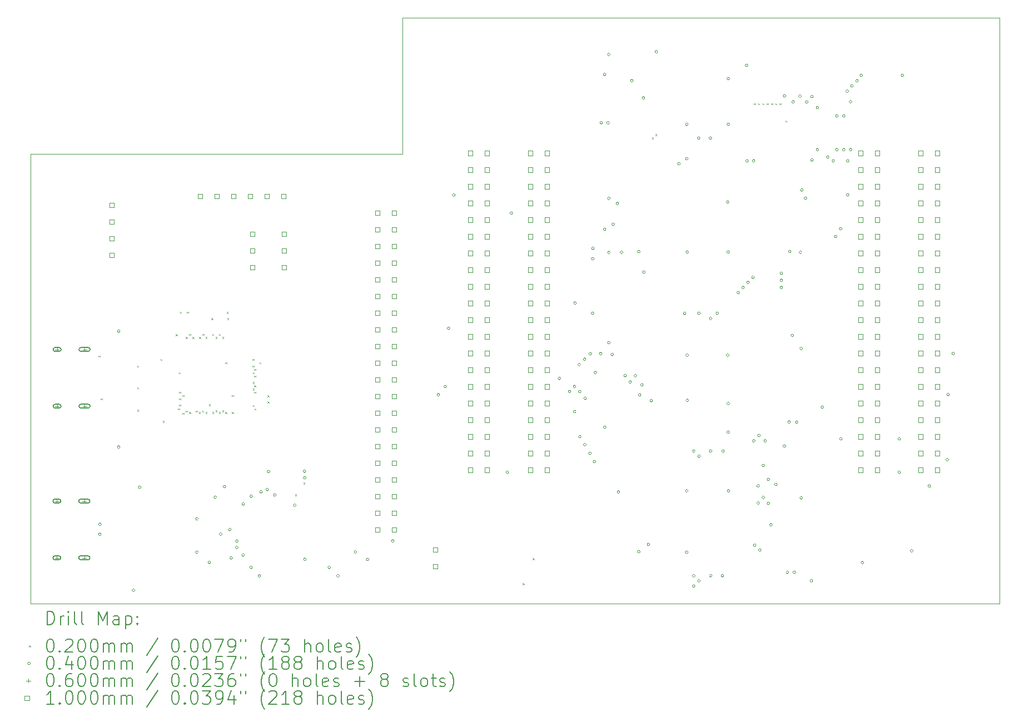
<source format=gbr>
%TF.GenerationSoftware,KiCad,Pcbnew,(6.0.7)*%
%TF.CreationDate,2023-08-05T00:11:20+07:00*%
%TF.ProjectId,ECELab_v1,4543454c-6162-45f7-9631-2e6b69636164,rev?*%
%TF.SameCoordinates,Original*%
%TF.FileFunction,Drillmap*%
%TF.FilePolarity,Positive*%
%FSLAX45Y45*%
G04 Gerber Fmt 4.5, Leading zero omitted, Abs format (unit mm)*
G04 Created by KiCad (PCBNEW (6.0.7)) date 2023-08-05 00:11:20*
%MOMM*%
%LPD*%
G01*
G04 APERTURE LIST*
%ADD10C,0.100000*%
%ADD11C,0.200000*%
%ADD12C,0.020000*%
%ADD13C,0.040000*%
%ADD14C,0.060000*%
G04 APERTURE END LIST*
D10*
X10393680Y-15212060D02*
X10393680Y-8356600D01*
X25146000Y-15212060D02*
X10393680Y-15212060D01*
X16057880Y-6283960D02*
X25146000Y-6283960D01*
X16057880Y-8356600D02*
X16057880Y-6283960D01*
X25146000Y-6283960D02*
X25146000Y-15212060D01*
X10393680Y-8356600D02*
X16057880Y-8356600D01*
D11*
D12*
X11427620Y-11432700D02*
X11447620Y-11452700D01*
X11447620Y-11432700D02*
X11427620Y-11452700D01*
X11460640Y-12085480D02*
X11480640Y-12105480D01*
X11480640Y-12085480D02*
X11460640Y-12105480D01*
X12014360Y-11585100D02*
X12034360Y-11605100D01*
X12034360Y-11585100D02*
X12014360Y-11605100D01*
X12014360Y-11912760D02*
X12034360Y-11932760D01*
X12034360Y-11912760D02*
X12014360Y-11932760D01*
X12014360Y-12258200D02*
X12034360Y-12278200D01*
X12034360Y-12258200D02*
X12014360Y-12278200D01*
X12369960Y-11483500D02*
X12389960Y-11503500D01*
X12389960Y-11483500D02*
X12369960Y-11503500D01*
X12405520Y-12425840D02*
X12425520Y-12445840D01*
X12425520Y-12425840D02*
X12405520Y-12445840D01*
X12603640Y-11105040D02*
X12623640Y-11125040D01*
X12623640Y-11105040D02*
X12603640Y-11125040D01*
X12639200Y-12235340D02*
X12659200Y-12255340D01*
X12659200Y-12235340D02*
X12639200Y-12255340D01*
X12651900Y-11684160D02*
X12671900Y-11704160D01*
X12671900Y-11684160D02*
X12651900Y-11704160D01*
X12654440Y-11983880D02*
X12674440Y-12003880D01*
X12674440Y-11983880D02*
X12654440Y-12003880D01*
X12654440Y-12082940D02*
X12674440Y-12102940D01*
X12674440Y-12082940D02*
X12654440Y-12102940D01*
X12656360Y-12179460D02*
X12676360Y-12199460D01*
X12676360Y-12179460D02*
X12656360Y-12199460D01*
X12669680Y-10764680D02*
X12689680Y-10784680D01*
X12689680Y-10764680D02*
X12669680Y-10784680D01*
X12707780Y-12034680D02*
X12727780Y-12054680D01*
X12727780Y-12034680D02*
X12707780Y-12054680D01*
X12707784Y-12303920D02*
X12727784Y-12323920D01*
X12727784Y-12303920D02*
X12707784Y-12323920D01*
X12758360Y-12270812D02*
X12778360Y-12290812D01*
X12778360Y-12270812D02*
X12758360Y-12290812D01*
X12758580Y-11148220D02*
X12778580Y-11168220D01*
X12778580Y-11148220D02*
X12758580Y-11168220D01*
X12773820Y-10764680D02*
X12793820Y-10784680D01*
X12793820Y-10764680D02*
X12773820Y-10784680D01*
X12809380Y-11102500D02*
X12829380Y-11122500D01*
X12829380Y-11102500D02*
X12809380Y-11122500D01*
X12809380Y-12291220D02*
X12829380Y-12311220D01*
X12829380Y-12291220D02*
X12809380Y-12311220D01*
X12857640Y-11148220D02*
X12877640Y-11168220D01*
X12877640Y-11148220D02*
X12857640Y-11168220D01*
X12908440Y-12268360D02*
X12928440Y-12288360D01*
X12928440Y-12268360D02*
X12908440Y-12288360D01*
X12959027Y-12291321D02*
X12979027Y-12311321D01*
X12979027Y-12291321D02*
X12959027Y-12311321D01*
X12959240Y-11148220D02*
X12979240Y-11168220D01*
X12979240Y-11148220D02*
X12959240Y-11168220D01*
X13008639Y-12267697D02*
X13028639Y-12287697D01*
X13028639Y-12267697D02*
X13008639Y-12287697D01*
X13010040Y-11102500D02*
X13030040Y-11122500D01*
X13030040Y-11102500D02*
X13010040Y-11122500D01*
X13058300Y-11148220D02*
X13078300Y-11168220D01*
X13078300Y-11148220D02*
X13058300Y-11168220D01*
X13058300Y-12291220D02*
X13078300Y-12311220D01*
X13078300Y-12291220D02*
X13058300Y-12311220D01*
X13109100Y-12171840D02*
X13129100Y-12191840D01*
X13129100Y-12171840D02*
X13109100Y-12191840D01*
X13147200Y-10861200D02*
X13167200Y-10881200D01*
X13167200Y-10861200D02*
X13147200Y-10881200D01*
X13157360Y-12291220D02*
X13177360Y-12311220D01*
X13177360Y-12291220D02*
X13157360Y-12311220D01*
X13159900Y-11102500D02*
X13179900Y-11122500D01*
X13179900Y-11102500D02*
X13159900Y-11122500D01*
X13208160Y-11148220D02*
X13228160Y-11168220D01*
X13228160Y-11148220D02*
X13208160Y-11168220D01*
X13208160Y-12265820D02*
X13228160Y-12285820D01*
X13228160Y-12265820D02*
X13208160Y-12285820D01*
X13258960Y-11102500D02*
X13278960Y-11122500D01*
X13278960Y-11102500D02*
X13258960Y-11122500D01*
X13258960Y-12291220D02*
X13278960Y-12311220D01*
X13278960Y-12291220D02*
X13258960Y-12311220D01*
X13309394Y-12265627D02*
X13329394Y-12285627D01*
X13329394Y-12265627D02*
X13309394Y-12285627D01*
X13309760Y-11148220D02*
X13329760Y-11168220D01*
X13329760Y-11148220D02*
X13309760Y-11168220D01*
X13358020Y-11534300D02*
X13378020Y-11554300D01*
X13378020Y-11534300D02*
X13358020Y-11554300D01*
X13358020Y-12291220D02*
X13378020Y-12311220D01*
X13378020Y-12291220D02*
X13358020Y-12311220D01*
X13377320Y-10766200D02*
X13397320Y-10786200D01*
X13397320Y-10766200D02*
X13377320Y-10786200D01*
X13385960Y-10861200D02*
X13405960Y-10881200D01*
X13405960Y-10861200D02*
X13385960Y-10881200D01*
X13459620Y-12034680D02*
X13479620Y-12054680D01*
X13479620Y-12034680D02*
X13459620Y-12054680D01*
X13459620Y-12291220D02*
X13479620Y-12311220D01*
X13479620Y-12291220D02*
X13459620Y-12311220D01*
X13774580Y-11483500D02*
X13794580Y-11503500D01*
X13794580Y-11483500D02*
X13774580Y-11503500D01*
X13774580Y-11585100D02*
X13794580Y-11605100D01*
X13794580Y-11585100D02*
X13774580Y-11605100D01*
X13776457Y-11934481D02*
X13796457Y-11954481D01*
X13796457Y-11934481D02*
X13776457Y-11954481D01*
X13777120Y-11684160D02*
X13797120Y-11704160D01*
X13797120Y-11684160D02*
X13777120Y-11704160D01*
X13777120Y-11834020D02*
X13797120Y-11854020D01*
X13797120Y-11834020D02*
X13777120Y-11854020D01*
X13777120Y-12184540D02*
X13797120Y-12204540D01*
X13797120Y-12184540D02*
X13777120Y-12204540D01*
X13799980Y-11734960D02*
X13819980Y-11754960D01*
X13819980Y-11734960D02*
X13799980Y-11754960D01*
X13799980Y-11884820D02*
X13819980Y-11904820D01*
X13819980Y-11884820D02*
X13799980Y-11904820D01*
X13800081Y-11984093D02*
X13820081Y-12004093D01*
X13820081Y-11984093D02*
X13800081Y-12004093D01*
X13800173Y-11633726D02*
X13820173Y-11653726D01*
X13820173Y-11633726D02*
X13800173Y-11653726D01*
X13800643Y-12234201D02*
X13820643Y-12254201D01*
X13820643Y-12234201D02*
X13800643Y-12254201D01*
X13881260Y-11534300D02*
X13901260Y-11554300D01*
X13901260Y-11534300D02*
X13881260Y-11554300D01*
X14000640Y-12037220D02*
X14020640Y-12057220D01*
X14020640Y-12037220D02*
X14000640Y-12057220D01*
X14000640Y-12131200D02*
X14020640Y-12151200D01*
X14020640Y-12131200D02*
X14000640Y-12151200D01*
X14422280Y-13545980D02*
X14442280Y-13565980D01*
X14442280Y-13545980D02*
X14422280Y-13565980D01*
X14546740Y-13365640D02*
X14566740Y-13385640D01*
X14566740Y-13365640D02*
X14546740Y-13385640D01*
X17889380Y-14899800D02*
X17909380Y-14919800D01*
X17909380Y-14899800D02*
X17889380Y-14919800D01*
X18041780Y-14518800D02*
X18061780Y-14538800D01*
X18061780Y-14518800D02*
X18041780Y-14538800D01*
X19857350Y-8107840D02*
X19877350Y-8127840D01*
X19877350Y-8107840D02*
X19857350Y-8127840D01*
X19907500Y-8058400D02*
X19927500Y-8078400D01*
X19927500Y-8058400D02*
X19907500Y-8078400D01*
X21409820Y-7587140D02*
X21429820Y-7607140D01*
X21429820Y-7587140D02*
X21409820Y-7607140D01*
X21475860Y-7587140D02*
X21495860Y-7607140D01*
X21495860Y-7587140D02*
X21475860Y-7607140D01*
X21541900Y-7587140D02*
X21561900Y-7607140D01*
X21561900Y-7587140D02*
X21541900Y-7607140D01*
X21605400Y-7587140D02*
X21625400Y-7607140D01*
X21625400Y-7587140D02*
X21605400Y-7607140D01*
X21671440Y-7587140D02*
X21691440Y-7607140D01*
X21691440Y-7587140D02*
X21671440Y-7607140D01*
X21734940Y-7587140D02*
X21754940Y-7607140D01*
X21754940Y-7587140D02*
X21734940Y-7607140D01*
X21800980Y-7587140D02*
X21820980Y-7607140D01*
X21820980Y-7587140D02*
X21800980Y-7607140D01*
X21887500Y-7850000D02*
X21907500Y-7870000D01*
X21907500Y-7850000D02*
X21887500Y-7870000D01*
D13*
X11466860Y-14153540D02*
G75*
G03*
X11466860Y-14153540I-20000J0D01*
G01*
X11469400Y-14001140D02*
G75*
G03*
X11469400Y-14001140I-20000J0D01*
G01*
X11754800Y-11059160D02*
G75*
G03*
X11754800Y-11059160I-20000J0D01*
G01*
X11754800Y-12824460D02*
G75*
G03*
X11754800Y-12824460I-20000J0D01*
G01*
X11978320Y-15006320D02*
G75*
G03*
X11978320Y-15006320I-20000J0D01*
G01*
X12074840Y-13436600D02*
G75*
G03*
X12074840Y-13436600I-20000J0D01*
G01*
X12945140Y-13917320D02*
G75*
G03*
X12945140Y-13917320I-20000J0D01*
G01*
X12945140Y-14425320D02*
G75*
G03*
X12945140Y-14425320I-20000J0D01*
G01*
X13134020Y-14582140D02*
G75*
G03*
X13134020Y-14582140I-20000J0D01*
G01*
X13224540Y-13587120D02*
G75*
G03*
X13224540Y-13587120I-20000J0D01*
G01*
X13308360Y-14151000D02*
G75*
G03*
X13308360Y-14151000I-20000J0D01*
G01*
X13365160Y-13426440D02*
G75*
G03*
X13365160Y-13426440I-20000J0D01*
G01*
X13445924Y-14081525D02*
G75*
G03*
X13445924Y-14081525I-20000J0D01*
G01*
X13468380Y-14514220D02*
G75*
G03*
X13468380Y-14514220I-20000J0D01*
G01*
X13554705Y-14255105D02*
G75*
G03*
X13554705Y-14255105I-20000J0D01*
G01*
X13554749Y-14355055D02*
G75*
G03*
X13554749Y-14355055I-20000J0D01*
G01*
X13648640Y-14471820D02*
G75*
G03*
X13648640Y-14471820I-20000J0D01*
G01*
X13651140Y-13691820D02*
G75*
G03*
X13651140Y-13691820I-20000J0D01*
G01*
X13771560Y-14658340D02*
G75*
G03*
X13771560Y-14658340I-20000J0D01*
G01*
X13773640Y-13574320D02*
G75*
G03*
X13773640Y-13574320I-20000J0D01*
G01*
X13896020Y-14787880D02*
G75*
G03*
X13896020Y-14787880I-20000J0D01*
G01*
X13923137Y-13506346D02*
G75*
G03*
X13923137Y-13506346I-20000J0D01*
G01*
X14017266Y-13472732D02*
G75*
G03*
X14017266Y-13472732I-20000J0D01*
G01*
X14036016Y-13196944D02*
G75*
G03*
X14036016Y-13196944I-20000J0D01*
G01*
X14132835Y-13555877D02*
G75*
G03*
X14132835Y-13555877I-20000J0D01*
G01*
X14436140Y-13711820D02*
G75*
G03*
X14436140Y-13711820I-20000J0D01*
G01*
X14585072Y-13193230D02*
G75*
G03*
X14585072Y-13193230I-20000J0D01*
G01*
X14586925Y-13293163D02*
G75*
G03*
X14586925Y-13293163I-20000J0D01*
G01*
X14589440Y-14533880D02*
G75*
G03*
X14589440Y-14533880I-20000J0D01*
G01*
X14960280Y-14658340D02*
G75*
G03*
X14960280Y-14658340I-20000J0D01*
G01*
X15094900Y-14787880D02*
G75*
G03*
X15094900Y-14787880I-20000J0D01*
G01*
X15359060Y-14422120D02*
G75*
G03*
X15359060Y-14422120I-20000J0D01*
G01*
X15544480Y-14536420D02*
G75*
G03*
X15544480Y-14536420I-20000J0D01*
G01*
X15928020Y-14254480D02*
G75*
G03*
X15928020Y-14254480I-20000J0D01*
G01*
X16623980Y-12026900D02*
G75*
G03*
X16623980Y-12026900I-20000J0D01*
G01*
X16728120Y-11902440D02*
G75*
G03*
X16728120Y-11902440I-20000J0D01*
G01*
X16778920Y-11015980D02*
G75*
G03*
X16778920Y-11015980I-20000J0D01*
G01*
X16858550Y-8986520D02*
G75*
G03*
X16858550Y-8986520I-20000J0D01*
G01*
X17673000Y-13208000D02*
G75*
G03*
X17673000Y-13208000I-20000J0D01*
G01*
X17733050Y-9260840D02*
G75*
G03*
X17733050Y-9260840I-20000J0D01*
G01*
X18465729Y-11778891D02*
G75*
G03*
X18465729Y-11778891I-20000J0D01*
G01*
X18620997Y-11978640D02*
G75*
G03*
X18620997Y-11978640I-20000J0D01*
G01*
X18695491Y-11901311D02*
G75*
G03*
X18695491Y-11901311I-20000J0D01*
G01*
X18698847Y-12283440D02*
G75*
G03*
X18698847Y-12283440I-20000J0D01*
G01*
X18703921Y-10630219D02*
G75*
G03*
X18703921Y-10630219I-20000J0D01*
G01*
X18767719Y-11569679D02*
G75*
G03*
X18767719Y-11569679I-20000J0D01*
G01*
X18775360Y-11979161D02*
G75*
G03*
X18775360Y-11979161I-20000J0D01*
G01*
X18776697Y-12666980D02*
G75*
G03*
X18776697Y-12666980I-20000J0D01*
G01*
X18851560Y-11485880D02*
G75*
G03*
X18851560Y-11485880I-20000J0D01*
G01*
X18854547Y-12788900D02*
G75*
G03*
X18854547Y-12788900I-20000J0D01*
G01*
X18858664Y-12082780D02*
G75*
G03*
X18858664Y-12082780I-20000J0D01*
G01*
X18932397Y-12918440D02*
G75*
G03*
X18932397Y-12918440I-20000J0D01*
G01*
X18936270Y-11404600D02*
G75*
G03*
X18936270Y-11404600I-20000J0D01*
G01*
X18970933Y-10786496D02*
G75*
G03*
X18970933Y-10786496I-20000J0D01*
G01*
X18974146Y-9955550D02*
G75*
G03*
X18974146Y-9955550I-20000J0D01*
G01*
X18975660Y-9798960D02*
G75*
G03*
X18975660Y-9798960I-20000J0D01*
G01*
X18999416Y-13045440D02*
G75*
G03*
X18999416Y-13045440I-20000J0D01*
G01*
X19014120Y-11689080D02*
G75*
G03*
X19014120Y-11689080I-20000J0D01*
G01*
X19094813Y-11400107D02*
G75*
G03*
X19094813Y-11400107I-20000J0D01*
G01*
X19102100Y-7885450D02*
G75*
G03*
X19102100Y-7885450I-20000J0D01*
G01*
X19153660Y-7148660D02*
G75*
G03*
X19153660Y-7148660I-20000J0D01*
G01*
X19155000Y-9507307D02*
G75*
G03*
X19155000Y-9507307I-20000J0D01*
G01*
X19156360Y-12522500D02*
G75*
G03*
X19156360Y-12522500I-20000J0D01*
G01*
X19207450Y-7885450D02*
G75*
G03*
X19207450Y-7885450I-20000J0D01*
G01*
X19219563Y-11233317D02*
G75*
G03*
X19219563Y-11233317I-20000J0D01*
G01*
X19219757Y-9859933D02*
G75*
G03*
X19219757Y-9859933I-20000J0D01*
G01*
X19220000Y-6845000D02*
G75*
G03*
X19220000Y-6845000I-20000J0D01*
G01*
X19220000Y-9036950D02*
G75*
G03*
X19220000Y-9036950I-20000J0D01*
G01*
X19270660Y-11414760D02*
G75*
G03*
X19270660Y-11414760I-20000J0D01*
G01*
X19285634Y-9429257D02*
G75*
G03*
X19285634Y-9429257I-20000J0D01*
G01*
X19350000Y-9115000D02*
G75*
G03*
X19350000Y-9115000I-20000J0D01*
G01*
X19367180Y-13510260D02*
G75*
G03*
X19367180Y-13510260I-20000J0D01*
G01*
X19413740Y-9859150D02*
G75*
G03*
X19413740Y-9859150I-20000J0D01*
G01*
X19467130Y-11736274D02*
G75*
G03*
X19467130Y-11736274I-20000J0D01*
G01*
X19545418Y-11833422D02*
G75*
G03*
X19545418Y-11833422I-20000J0D01*
G01*
X19569079Y-7243664D02*
G75*
G03*
X19569079Y-7243664I-20000J0D01*
G01*
X19623350Y-11737495D02*
G75*
G03*
X19623350Y-11737495I-20000J0D01*
G01*
X19675101Y-9847757D02*
G75*
G03*
X19675101Y-9847757I-20000J0D01*
G01*
X19675509Y-14420342D02*
G75*
G03*
X19675509Y-14420342I-20000J0D01*
G01*
X19688350Y-12030000D02*
G75*
G03*
X19688350Y-12030000I-20000J0D01*
G01*
X19722500Y-11877500D02*
G75*
G03*
X19722500Y-11877500I-20000J0D01*
G01*
X19748150Y-7505700D02*
G75*
G03*
X19748150Y-7505700I-20000J0D01*
G01*
X19753350Y-10157737D02*
G75*
G03*
X19753350Y-10157737I-20000J0D01*
G01*
X19822500Y-14307500D02*
G75*
G03*
X19822500Y-14307500I-20000J0D01*
G01*
X19865000Y-12117500D02*
G75*
G03*
X19865000Y-12117500I-20000J0D01*
G01*
X19943150Y-6802120D02*
G75*
G03*
X19943150Y-6802120I-20000J0D01*
G01*
X20287500Y-8507900D02*
G75*
G03*
X20287500Y-8507900I-20000J0D01*
G01*
X20373020Y-10789920D02*
G75*
G03*
X20373020Y-10789920I-20000J0D01*
G01*
X20405000Y-13491440D02*
G75*
G03*
X20405000Y-13491440I-20000J0D01*
G01*
X20405000Y-14425700D02*
G75*
G03*
X20405000Y-14425700I-20000J0D01*
G01*
X20406040Y-7909560D02*
G75*
G03*
X20406040Y-7909560I-20000J0D01*
G01*
X20406040Y-8430950D02*
G75*
G03*
X20406040Y-8430950I-20000J0D01*
G01*
X20412500Y-9856360D02*
G75*
G03*
X20412500Y-9856360I-20000J0D01*
G01*
X20412500Y-11426300D02*
G75*
G03*
X20412500Y-11426300I-20000J0D01*
G01*
X20412500Y-12112500D02*
G75*
G03*
X20412500Y-12112500I-20000J0D01*
G01*
X20512720Y-14941040D02*
G75*
G03*
X20512720Y-14941040I-20000J0D01*
G01*
X20513610Y-12886310D02*
G75*
G03*
X20513610Y-12886310I-20000J0D01*
G01*
X20513610Y-14785340D02*
G75*
G03*
X20513610Y-14785340I-20000J0D01*
G01*
X20588920Y-8117840D02*
G75*
G03*
X20588920Y-8117840I-20000J0D01*
G01*
X20591460Y-10787380D02*
G75*
G03*
X20591460Y-10787380I-20000J0D01*
G01*
X20591460Y-12964160D02*
G75*
G03*
X20591460Y-12964160I-20000J0D01*
G01*
X20591460Y-14863147D02*
G75*
G03*
X20591460Y-14863147I-20000J0D01*
G01*
X20766720Y-8117840D02*
G75*
G03*
X20766720Y-8117840I-20000J0D01*
G01*
X20769260Y-10866120D02*
G75*
G03*
X20769260Y-10866120I-20000J0D01*
G01*
X20769260Y-12886310D02*
G75*
G03*
X20769260Y-12886310I-20000J0D01*
G01*
X20769260Y-14785340D02*
G75*
G03*
X20769260Y-14785340I-20000J0D01*
G01*
X20870860Y-10785730D02*
G75*
G03*
X20870860Y-10785730I-20000J0D01*
G01*
X20949600Y-14785340D02*
G75*
G03*
X20949600Y-14785340I-20000J0D01*
G01*
X20958956Y-12885470D02*
G75*
G03*
X20958956Y-12885470I-20000J0D01*
G01*
X21030000Y-9093200D02*
G75*
G03*
X21030000Y-9093200I-20000J0D01*
G01*
X21030880Y-11424920D02*
G75*
G03*
X21030880Y-11424920I-20000J0D01*
G01*
X21036806Y-12599210D02*
G75*
G03*
X21036806Y-12599210I-20000J0D01*
G01*
X21037000Y-9855000D02*
G75*
G03*
X21037000Y-9855000I-20000J0D01*
G01*
X21037000Y-12162560D02*
G75*
G03*
X21037000Y-12162560I-20000J0D01*
G01*
X21037500Y-7211060D02*
G75*
G03*
X21037500Y-7211060I-20000J0D01*
G01*
X21038500Y-7909560D02*
G75*
G03*
X21038500Y-7909560I-20000J0D01*
G01*
X21041040Y-13492480D02*
G75*
G03*
X21041040Y-13492480I-20000J0D01*
G01*
X21189602Y-10470550D02*
G75*
G03*
X21189602Y-10470550I-20000J0D01*
G01*
X21264503Y-10394400D02*
G75*
G03*
X21264503Y-10394400I-20000J0D01*
G01*
X21315000Y-7010000D02*
G75*
G03*
X21315000Y-7010000I-20000J0D01*
G01*
X21325520Y-8465820D02*
G75*
G03*
X21325520Y-8465820I-20000J0D01*
G01*
X21339293Y-10316900D02*
G75*
G03*
X21339293Y-10316900I-20000J0D01*
G01*
X21413880Y-10239450D02*
G75*
G03*
X21413880Y-10239450I-20000J0D01*
G01*
X21425436Y-8463191D02*
G75*
G03*
X21425436Y-8463191I-20000J0D01*
G01*
X21427120Y-12730480D02*
G75*
G03*
X21427120Y-12730480I-20000J0D01*
G01*
X21441382Y-14320791D02*
G75*
G03*
X21441382Y-14320791I-20000J0D01*
G01*
X21493160Y-13415430D02*
G75*
G03*
X21493160Y-13415430I-20000J0D01*
G01*
X21493650Y-13677900D02*
G75*
G03*
X21493650Y-13677900I-20000J0D01*
G01*
X21505860Y-12649200D02*
G75*
G03*
X21505860Y-12649200I-20000J0D01*
G01*
X21519350Y-14391640D02*
G75*
G03*
X21519350Y-14391640I-20000J0D01*
G01*
X21571900Y-13103860D02*
G75*
G03*
X21571900Y-13103860I-20000J0D01*
G01*
X21571900Y-13594080D02*
G75*
G03*
X21571900Y-13594080I-20000J0D01*
G01*
X21599840Y-12730480D02*
G75*
G03*
X21599840Y-12730480I-20000J0D01*
G01*
X21649350Y-13682980D02*
G75*
G03*
X21649350Y-13682980I-20000J0D01*
G01*
X21649750Y-13317220D02*
G75*
G03*
X21649750Y-13317220I-20000J0D01*
G01*
X21689566Y-14009261D02*
G75*
G03*
X21689566Y-14009261I-20000J0D01*
G01*
X21764940Y-13395070D02*
G75*
G03*
X21764940Y-13395070I-20000J0D01*
G01*
X21845929Y-10284240D02*
G75*
G03*
X21845929Y-10284240I-20000J0D01*
G01*
X21846620Y-10177380D02*
G75*
G03*
X21846620Y-10177380I-20000J0D01*
G01*
X21846773Y-10393706D02*
G75*
G03*
X21846773Y-10393706I-20000J0D01*
G01*
X21891940Y-12808330D02*
G75*
G03*
X21891940Y-12808330I-20000J0D01*
G01*
X21894480Y-7475150D02*
G75*
G03*
X21894480Y-7475150I-20000J0D01*
G01*
X21937781Y-14734093D02*
G75*
G03*
X21937781Y-14734093I-20000J0D01*
G01*
X21964300Y-12442559D02*
G75*
G03*
X21964300Y-12442559I-20000J0D01*
G01*
X21974550Y-9847500D02*
G75*
G03*
X21974550Y-9847500I-20000J0D01*
G01*
X22013860Y-11122660D02*
G75*
G03*
X22013860Y-11122660I-20000J0D01*
G01*
X22026835Y-7566301D02*
G75*
G03*
X22026835Y-7566301I-20000J0D01*
G01*
X22043099Y-14731498D02*
G75*
G03*
X22043099Y-14731498I-20000J0D01*
G01*
X22080000Y-12445450D02*
G75*
G03*
X22080000Y-12445450I-20000J0D01*
G01*
X22130700Y-7480550D02*
G75*
G03*
X22130700Y-7480550I-20000J0D01*
G01*
X22137500Y-9859150D02*
G75*
G03*
X22137500Y-9859150I-20000J0D01*
G01*
X22148850Y-11323320D02*
G75*
G03*
X22148850Y-11323320I-20000J0D01*
G01*
X22148850Y-13599160D02*
G75*
G03*
X22148850Y-13599160I-20000J0D01*
G01*
X22157420Y-8909000D02*
G75*
G03*
X22157420Y-8909000I-20000J0D01*
G01*
X22213850Y-9034780D02*
G75*
G03*
X22213850Y-9034780I-20000J0D01*
G01*
X22234350Y-7569200D02*
G75*
G03*
X22234350Y-7569200I-20000J0D01*
G01*
X22302500Y-14862500D02*
G75*
G03*
X22302500Y-14862500I-20000J0D01*
G01*
X22312500Y-7485000D02*
G75*
G03*
X22312500Y-7485000I-20000J0D01*
G01*
X22312500Y-8451150D02*
G75*
G03*
X22312500Y-8451150I-20000J0D01*
G01*
X22395000Y-8293650D02*
G75*
G03*
X22395000Y-8293650I-20000J0D01*
G01*
X22396350Y-7652500D02*
G75*
G03*
X22396350Y-7652500I-20000J0D01*
G01*
X22470000Y-12215000D02*
G75*
G03*
X22470000Y-12215000I-20000J0D01*
G01*
X22552778Y-8405921D02*
G75*
G03*
X22552778Y-8405921I-20000J0D01*
G01*
X22638650Y-8466950D02*
G75*
G03*
X22638650Y-8466950I-20000J0D01*
G01*
X22672790Y-9616440D02*
G75*
G03*
X22672790Y-9616440I-20000J0D01*
G01*
X22691814Y-8293650D02*
G75*
G03*
X22691814Y-8293650I-20000J0D01*
G01*
X22692172Y-7779788D02*
G75*
G03*
X22692172Y-7779788I-20000J0D01*
G01*
X22750640Y-9497240D02*
G75*
G03*
X22750640Y-9497240I-20000J0D01*
G01*
X22753000Y-12700000D02*
G75*
G03*
X22753000Y-12700000I-20000J0D01*
G01*
X22797157Y-8294901D02*
G75*
G03*
X22797157Y-8294901I-20000J0D01*
G01*
X22797500Y-7781950D02*
G75*
G03*
X22797500Y-7781950I-20000J0D01*
G01*
X22850726Y-7402593D02*
G75*
G03*
X22850726Y-7402593I-20000J0D01*
G01*
X22856060Y-8466060D02*
G75*
G03*
X22856060Y-8466060I-20000J0D01*
G01*
X22857140Y-8981440D02*
G75*
G03*
X22857140Y-8981440I-20000J0D01*
G01*
X22902500Y-7565000D02*
G75*
G03*
X22902500Y-7565000I-20000J0D01*
G01*
X22902500Y-8293650D02*
G75*
G03*
X22902500Y-8293650I-20000J0D01*
G01*
X22919803Y-7323050D02*
G75*
G03*
X22919803Y-7323050I-20000J0D01*
G01*
X23000000Y-7245000D02*
G75*
G03*
X23000000Y-7245000I-20000J0D01*
G01*
X23063616Y-7161026D02*
G75*
G03*
X23063616Y-7161026I-20000J0D01*
G01*
X23080660Y-14584680D02*
G75*
G03*
X23080660Y-14584680I-20000J0D01*
G01*
X23642000Y-12700000D02*
G75*
G03*
X23642000Y-12700000I-20000J0D01*
G01*
X23642000Y-13208000D02*
G75*
G03*
X23642000Y-13208000I-20000J0D01*
G01*
X23690260Y-7162500D02*
G75*
G03*
X23690260Y-7162500I-20000J0D01*
G01*
X23832500Y-14404340D02*
G75*
G03*
X23832500Y-14404340I-20000J0D01*
G01*
X24099200Y-13418820D02*
G75*
G03*
X24099200Y-13418820I-20000J0D01*
G01*
X24373520Y-13017500D02*
G75*
G03*
X24373520Y-13017500I-20000J0D01*
G01*
X24386220Y-12024360D02*
G75*
G03*
X24386220Y-12024360I-20000J0D01*
G01*
X24464070Y-11399520D02*
G75*
G03*
X24464070Y-11399520I-20000J0D01*
G01*
D14*
X10793100Y-13617880D02*
X10793100Y-13677880D01*
X10763100Y-13647880D02*
X10823100Y-13647880D01*
D11*
X10823100Y-13617880D02*
X10763100Y-13617880D01*
X10823100Y-13677880D02*
X10763100Y-13677880D01*
X10763100Y-13617880D02*
G75*
G03*
X10763100Y-13677880I0J-30000D01*
G01*
X10823100Y-13677880D02*
G75*
G03*
X10823100Y-13617880I0J30000D01*
G01*
D14*
X10793100Y-14481880D02*
X10793100Y-14541880D01*
X10763100Y-14511880D02*
X10823100Y-14511880D01*
D11*
X10823100Y-14481880D02*
X10763100Y-14481880D01*
X10823100Y-14541880D02*
X10763100Y-14541880D01*
X10763100Y-14481880D02*
G75*
G03*
X10763100Y-14541880I0J-30000D01*
G01*
X10823100Y-14541880D02*
G75*
G03*
X10823100Y-14481880I0J30000D01*
G01*
D14*
X10796680Y-11308360D02*
X10796680Y-11368360D01*
X10766680Y-11338360D02*
X10826680Y-11338360D01*
D11*
X10826680Y-11308360D02*
X10766680Y-11308360D01*
X10826680Y-11368360D02*
X10766680Y-11368360D01*
X10766680Y-11308360D02*
G75*
G03*
X10766680Y-11368360I0J-30000D01*
G01*
X10826680Y-11368360D02*
G75*
G03*
X10826680Y-11308360I0J30000D01*
G01*
D14*
X10796680Y-12172360D02*
X10796680Y-12232360D01*
X10766680Y-12202360D02*
X10826680Y-12202360D01*
D11*
X10826680Y-12172360D02*
X10766680Y-12172360D01*
X10826680Y-12232360D02*
X10766680Y-12232360D01*
X10766680Y-12172360D02*
G75*
G03*
X10766680Y-12232360I0J-30000D01*
G01*
X10826680Y-12232360D02*
G75*
G03*
X10826680Y-12172360I0J30000D01*
G01*
D14*
X11211100Y-13617880D02*
X11211100Y-13677880D01*
X11181100Y-13647880D02*
X11241100Y-13647880D01*
D11*
X11266100Y-13617880D02*
X11156100Y-13617880D01*
X11266100Y-13677880D02*
X11156100Y-13677880D01*
X11156100Y-13617880D02*
G75*
G03*
X11156100Y-13677880I0J-30000D01*
G01*
X11266100Y-13677880D02*
G75*
G03*
X11266100Y-13617880I0J30000D01*
G01*
D14*
X11211100Y-14481880D02*
X11211100Y-14541880D01*
X11181100Y-14511880D02*
X11241100Y-14511880D01*
D11*
X11266100Y-14481880D02*
X11156100Y-14481880D01*
X11266100Y-14541880D02*
X11156100Y-14541880D01*
X11156100Y-14481880D02*
G75*
G03*
X11156100Y-14541880I0J-30000D01*
G01*
X11266100Y-14541880D02*
G75*
G03*
X11266100Y-14481880I0J30000D01*
G01*
D14*
X11214680Y-11308360D02*
X11214680Y-11368360D01*
X11184680Y-11338360D02*
X11244680Y-11338360D01*
D11*
X11269680Y-11308360D02*
X11159680Y-11308360D01*
X11269680Y-11368360D02*
X11159680Y-11368360D01*
X11159680Y-11308360D02*
G75*
G03*
X11159680Y-11368360I0J-30000D01*
G01*
X11269680Y-11368360D02*
G75*
G03*
X11269680Y-11308360I0J30000D01*
G01*
D14*
X11214680Y-12172360D02*
X11214680Y-12232360D01*
X11184680Y-12202360D02*
X11244680Y-12202360D01*
D11*
X11269680Y-12172360D02*
X11159680Y-12172360D01*
X11269680Y-12232360D02*
X11159680Y-12232360D01*
X11159680Y-12172360D02*
G75*
G03*
X11159680Y-12232360I0J-30000D01*
G01*
X11269680Y-12232360D02*
G75*
G03*
X11269680Y-12172360I0J30000D01*
G01*
D10*
X11663476Y-9174276D02*
X11663476Y-9103564D01*
X11592764Y-9103564D01*
X11592764Y-9174276D01*
X11663476Y-9174276D01*
X11663476Y-9428276D02*
X11663476Y-9357564D01*
X11592764Y-9357564D01*
X11592764Y-9428276D01*
X11663476Y-9428276D01*
X11663476Y-9682276D02*
X11663476Y-9611564D01*
X11592764Y-9611564D01*
X11592764Y-9682276D01*
X11663476Y-9682276D01*
X11663476Y-9936276D02*
X11663476Y-9865564D01*
X11592764Y-9865564D01*
X11592764Y-9936276D01*
X11663476Y-9936276D01*
X13012216Y-9041296D02*
X13012216Y-8970584D01*
X12941504Y-8970584D01*
X12941504Y-9041296D01*
X13012216Y-9041296D01*
X13266216Y-9041296D02*
X13266216Y-8970584D01*
X13195504Y-8970584D01*
X13195504Y-9041296D01*
X13266216Y-9041296D01*
X13520216Y-9041296D02*
X13520216Y-8970584D01*
X13449504Y-8970584D01*
X13449504Y-9041296D01*
X13520216Y-9041296D01*
X13774216Y-9041296D02*
X13774216Y-8970584D01*
X13703504Y-8970584D01*
X13703504Y-9041296D01*
X13774216Y-9041296D01*
X13805936Y-9616196D02*
X13805936Y-9545484D01*
X13735224Y-9545484D01*
X13735224Y-9616196D01*
X13805936Y-9616196D01*
X13805936Y-9870196D02*
X13805936Y-9799484D01*
X13735224Y-9799484D01*
X13735224Y-9870196D01*
X13805936Y-9870196D01*
X13805936Y-10124196D02*
X13805936Y-10053484D01*
X13735224Y-10053484D01*
X13735224Y-10124196D01*
X13805936Y-10124196D01*
X14028216Y-9041296D02*
X14028216Y-8970584D01*
X13957504Y-8970584D01*
X13957504Y-9041296D01*
X14028216Y-9041296D01*
X14282216Y-9041296D02*
X14282216Y-8970584D01*
X14211504Y-8970584D01*
X14211504Y-9041296D01*
X14282216Y-9041296D01*
X14289836Y-9613696D02*
X14289836Y-9542984D01*
X14219124Y-9542984D01*
X14219124Y-9613696D01*
X14289836Y-9613696D01*
X14289836Y-9867696D02*
X14289836Y-9796984D01*
X14219124Y-9796984D01*
X14219124Y-9867696D01*
X14289836Y-9867696D01*
X14289836Y-10121696D02*
X14289836Y-10050984D01*
X14219124Y-10050984D01*
X14219124Y-10121696D01*
X14289836Y-10121696D01*
X15708596Y-9295436D02*
X15708596Y-9224724D01*
X15637884Y-9224724D01*
X15637884Y-9295436D01*
X15708596Y-9295436D01*
X15708596Y-9549436D02*
X15708596Y-9478724D01*
X15637884Y-9478724D01*
X15637884Y-9549436D01*
X15708596Y-9549436D01*
X15708596Y-9803436D02*
X15708596Y-9732724D01*
X15637884Y-9732724D01*
X15637884Y-9803436D01*
X15708596Y-9803436D01*
X15708596Y-10057436D02*
X15708596Y-9986724D01*
X15637884Y-9986724D01*
X15637884Y-10057436D01*
X15708596Y-10057436D01*
X15708596Y-10311436D02*
X15708596Y-10240724D01*
X15637884Y-10240724D01*
X15637884Y-10311436D01*
X15708596Y-10311436D01*
X15708596Y-10565436D02*
X15708596Y-10494724D01*
X15637884Y-10494724D01*
X15637884Y-10565436D01*
X15708596Y-10565436D01*
X15708596Y-10819436D02*
X15708596Y-10748724D01*
X15637884Y-10748724D01*
X15637884Y-10819436D01*
X15708596Y-10819436D01*
X15708596Y-11073436D02*
X15708596Y-11002724D01*
X15637884Y-11002724D01*
X15637884Y-11073436D01*
X15708596Y-11073436D01*
X15708596Y-11327436D02*
X15708596Y-11256724D01*
X15637884Y-11256724D01*
X15637884Y-11327436D01*
X15708596Y-11327436D01*
X15708596Y-11581436D02*
X15708596Y-11510724D01*
X15637884Y-11510724D01*
X15637884Y-11581436D01*
X15708596Y-11581436D01*
X15708596Y-11835436D02*
X15708596Y-11764724D01*
X15637884Y-11764724D01*
X15637884Y-11835436D01*
X15708596Y-11835436D01*
X15708596Y-12089436D02*
X15708596Y-12018724D01*
X15637884Y-12018724D01*
X15637884Y-12089436D01*
X15708596Y-12089436D01*
X15708596Y-12343436D02*
X15708596Y-12272724D01*
X15637884Y-12272724D01*
X15637884Y-12343436D01*
X15708596Y-12343436D01*
X15708596Y-12597436D02*
X15708596Y-12526724D01*
X15637884Y-12526724D01*
X15637884Y-12597436D01*
X15708596Y-12597436D01*
X15708596Y-12851436D02*
X15708596Y-12780724D01*
X15637884Y-12780724D01*
X15637884Y-12851436D01*
X15708596Y-12851436D01*
X15708596Y-13105436D02*
X15708596Y-13034724D01*
X15637884Y-13034724D01*
X15637884Y-13105436D01*
X15708596Y-13105436D01*
X15708596Y-13359436D02*
X15708596Y-13288724D01*
X15637884Y-13288724D01*
X15637884Y-13359436D01*
X15708596Y-13359436D01*
X15708596Y-13613436D02*
X15708596Y-13542724D01*
X15637884Y-13542724D01*
X15637884Y-13613436D01*
X15708596Y-13613436D01*
X15708596Y-13867436D02*
X15708596Y-13796724D01*
X15637884Y-13796724D01*
X15637884Y-13867436D01*
X15708596Y-13867436D01*
X15708596Y-14121436D02*
X15708596Y-14050724D01*
X15637884Y-14050724D01*
X15637884Y-14121436D01*
X15708596Y-14121436D01*
X15962596Y-9295436D02*
X15962596Y-9224724D01*
X15891884Y-9224724D01*
X15891884Y-9295436D01*
X15962596Y-9295436D01*
X15962596Y-9549436D02*
X15962596Y-9478724D01*
X15891884Y-9478724D01*
X15891884Y-9549436D01*
X15962596Y-9549436D01*
X15962596Y-9803436D02*
X15962596Y-9732724D01*
X15891884Y-9732724D01*
X15891884Y-9803436D01*
X15962596Y-9803436D01*
X15962596Y-10057436D02*
X15962596Y-9986724D01*
X15891884Y-9986724D01*
X15891884Y-10057436D01*
X15962596Y-10057436D01*
X15962596Y-10311436D02*
X15962596Y-10240724D01*
X15891884Y-10240724D01*
X15891884Y-10311436D01*
X15962596Y-10311436D01*
X15962596Y-10565436D02*
X15962596Y-10494724D01*
X15891884Y-10494724D01*
X15891884Y-10565436D01*
X15962596Y-10565436D01*
X15962596Y-10819436D02*
X15962596Y-10748724D01*
X15891884Y-10748724D01*
X15891884Y-10819436D01*
X15962596Y-10819436D01*
X15962596Y-11073436D02*
X15962596Y-11002724D01*
X15891884Y-11002724D01*
X15891884Y-11073436D01*
X15962596Y-11073436D01*
X15962596Y-11327436D02*
X15962596Y-11256724D01*
X15891884Y-11256724D01*
X15891884Y-11327436D01*
X15962596Y-11327436D01*
X15962596Y-11581436D02*
X15962596Y-11510724D01*
X15891884Y-11510724D01*
X15891884Y-11581436D01*
X15962596Y-11581436D01*
X15962596Y-11835436D02*
X15962596Y-11764724D01*
X15891884Y-11764724D01*
X15891884Y-11835436D01*
X15962596Y-11835436D01*
X15962596Y-12089436D02*
X15962596Y-12018724D01*
X15891884Y-12018724D01*
X15891884Y-12089436D01*
X15962596Y-12089436D01*
X15962596Y-12343436D02*
X15962596Y-12272724D01*
X15891884Y-12272724D01*
X15891884Y-12343436D01*
X15962596Y-12343436D01*
X15962596Y-12597436D02*
X15962596Y-12526724D01*
X15891884Y-12526724D01*
X15891884Y-12597436D01*
X15962596Y-12597436D01*
X15962596Y-12851436D02*
X15962596Y-12780724D01*
X15891884Y-12780724D01*
X15891884Y-12851436D01*
X15962596Y-12851436D01*
X15962596Y-13105436D02*
X15962596Y-13034724D01*
X15891884Y-13034724D01*
X15891884Y-13105436D01*
X15962596Y-13105436D01*
X15962596Y-13359436D02*
X15962596Y-13288724D01*
X15891884Y-13288724D01*
X15891884Y-13359436D01*
X15962596Y-13359436D01*
X15962596Y-13613436D02*
X15962596Y-13542724D01*
X15891884Y-13542724D01*
X15891884Y-13613436D01*
X15962596Y-13613436D01*
X15962596Y-13867436D02*
X15962596Y-13796724D01*
X15891884Y-13796724D01*
X15891884Y-13867436D01*
X15962596Y-13867436D01*
X15962596Y-14121436D02*
X15962596Y-14050724D01*
X15891884Y-14050724D01*
X15891884Y-14121436D01*
X15962596Y-14121436D01*
X16593616Y-14424456D02*
X16593616Y-14353744D01*
X16522904Y-14353744D01*
X16522904Y-14424456D01*
X16593616Y-14424456D01*
X16593616Y-14678456D02*
X16593616Y-14607744D01*
X16522904Y-14607744D01*
X16522904Y-14678456D01*
X16593616Y-14678456D01*
X17127056Y-8383056D02*
X17127056Y-8312344D01*
X17056344Y-8312344D01*
X17056344Y-8383056D01*
X17127056Y-8383056D01*
X17127056Y-8637056D02*
X17127056Y-8566344D01*
X17056344Y-8566344D01*
X17056344Y-8637056D01*
X17127056Y-8637056D01*
X17127056Y-8891056D02*
X17127056Y-8820344D01*
X17056344Y-8820344D01*
X17056344Y-8891056D01*
X17127056Y-8891056D01*
X17127056Y-9145056D02*
X17127056Y-9074344D01*
X17056344Y-9074344D01*
X17056344Y-9145056D01*
X17127056Y-9145056D01*
X17127056Y-9399056D02*
X17127056Y-9328344D01*
X17056344Y-9328344D01*
X17056344Y-9399056D01*
X17127056Y-9399056D01*
X17127056Y-9653056D02*
X17127056Y-9582344D01*
X17056344Y-9582344D01*
X17056344Y-9653056D01*
X17127056Y-9653056D01*
X17127056Y-9907056D02*
X17127056Y-9836344D01*
X17056344Y-9836344D01*
X17056344Y-9907056D01*
X17127056Y-9907056D01*
X17127056Y-10161056D02*
X17127056Y-10090344D01*
X17056344Y-10090344D01*
X17056344Y-10161056D01*
X17127056Y-10161056D01*
X17127056Y-10415056D02*
X17127056Y-10344344D01*
X17056344Y-10344344D01*
X17056344Y-10415056D01*
X17127056Y-10415056D01*
X17127056Y-10669056D02*
X17127056Y-10598344D01*
X17056344Y-10598344D01*
X17056344Y-10669056D01*
X17127056Y-10669056D01*
X17127056Y-10923056D02*
X17127056Y-10852344D01*
X17056344Y-10852344D01*
X17056344Y-10923056D01*
X17127056Y-10923056D01*
X17127056Y-11177056D02*
X17127056Y-11106344D01*
X17056344Y-11106344D01*
X17056344Y-11177056D01*
X17127056Y-11177056D01*
X17127056Y-11431056D02*
X17127056Y-11360344D01*
X17056344Y-11360344D01*
X17056344Y-11431056D01*
X17127056Y-11431056D01*
X17127056Y-11685056D02*
X17127056Y-11614344D01*
X17056344Y-11614344D01*
X17056344Y-11685056D01*
X17127056Y-11685056D01*
X17127056Y-11939056D02*
X17127056Y-11868344D01*
X17056344Y-11868344D01*
X17056344Y-11939056D01*
X17127056Y-11939056D01*
X17127056Y-12193056D02*
X17127056Y-12122344D01*
X17056344Y-12122344D01*
X17056344Y-12193056D01*
X17127056Y-12193056D01*
X17127056Y-12447056D02*
X17127056Y-12376344D01*
X17056344Y-12376344D01*
X17056344Y-12447056D01*
X17127056Y-12447056D01*
X17127056Y-12701056D02*
X17127056Y-12630344D01*
X17056344Y-12630344D01*
X17056344Y-12701056D01*
X17127056Y-12701056D01*
X17127056Y-12955056D02*
X17127056Y-12884344D01*
X17056344Y-12884344D01*
X17056344Y-12955056D01*
X17127056Y-12955056D01*
X17127056Y-13209056D02*
X17127056Y-13138344D01*
X17056344Y-13138344D01*
X17056344Y-13209056D01*
X17127056Y-13209056D01*
X17381056Y-8383056D02*
X17381056Y-8312344D01*
X17310344Y-8312344D01*
X17310344Y-8383056D01*
X17381056Y-8383056D01*
X17381056Y-8637056D02*
X17381056Y-8566344D01*
X17310344Y-8566344D01*
X17310344Y-8637056D01*
X17381056Y-8637056D01*
X17381056Y-8891056D02*
X17381056Y-8820344D01*
X17310344Y-8820344D01*
X17310344Y-8891056D01*
X17381056Y-8891056D01*
X17381056Y-9145056D02*
X17381056Y-9074344D01*
X17310344Y-9074344D01*
X17310344Y-9145056D01*
X17381056Y-9145056D01*
X17381056Y-9399056D02*
X17381056Y-9328344D01*
X17310344Y-9328344D01*
X17310344Y-9399056D01*
X17381056Y-9399056D01*
X17381056Y-9653056D02*
X17381056Y-9582344D01*
X17310344Y-9582344D01*
X17310344Y-9653056D01*
X17381056Y-9653056D01*
X17381056Y-9907056D02*
X17381056Y-9836344D01*
X17310344Y-9836344D01*
X17310344Y-9907056D01*
X17381056Y-9907056D01*
X17381056Y-10161056D02*
X17381056Y-10090344D01*
X17310344Y-10090344D01*
X17310344Y-10161056D01*
X17381056Y-10161056D01*
X17381056Y-10415056D02*
X17381056Y-10344344D01*
X17310344Y-10344344D01*
X17310344Y-10415056D01*
X17381056Y-10415056D01*
X17381056Y-10669056D02*
X17381056Y-10598344D01*
X17310344Y-10598344D01*
X17310344Y-10669056D01*
X17381056Y-10669056D01*
X17381056Y-10923056D02*
X17381056Y-10852344D01*
X17310344Y-10852344D01*
X17310344Y-10923056D01*
X17381056Y-10923056D01*
X17381056Y-11177056D02*
X17381056Y-11106344D01*
X17310344Y-11106344D01*
X17310344Y-11177056D01*
X17381056Y-11177056D01*
X17381056Y-11431056D02*
X17381056Y-11360344D01*
X17310344Y-11360344D01*
X17310344Y-11431056D01*
X17381056Y-11431056D01*
X17381056Y-11685056D02*
X17381056Y-11614344D01*
X17310344Y-11614344D01*
X17310344Y-11685056D01*
X17381056Y-11685056D01*
X17381056Y-11939056D02*
X17381056Y-11868344D01*
X17310344Y-11868344D01*
X17310344Y-11939056D01*
X17381056Y-11939056D01*
X17381056Y-12193056D02*
X17381056Y-12122344D01*
X17310344Y-12122344D01*
X17310344Y-12193056D01*
X17381056Y-12193056D01*
X17381056Y-12447056D02*
X17381056Y-12376344D01*
X17310344Y-12376344D01*
X17310344Y-12447056D01*
X17381056Y-12447056D01*
X17381056Y-12701056D02*
X17381056Y-12630344D01*
X17310344Y-12630344D01*
X17310344Y-12701056D01*
X17381056Y-12701056D01*
X17381056Y-12955056D02*
X17381056Y-12884344D01*
X17310344Y-12884344D01*
X17310344Y-12955056D01*
X17381056Y-12955056D01*
X17381056Y-13209056D02*
X17381056Y-13138344D01*
X17310344Y-13138344D01*
X17310344Y-13209056D01*
X17381056Y-13209056D01*
X18041456Y-8383056D02*
X18041456Y-8312344D01*
X17970744Y-8312344D01*
X17970744Y-8383056D01*
X18041456Y-8383056D01*
X18041456Y-8637056D02*
X18041456Y-8566344D01*
X17970744Y-8566344D01*
X17970744Y-8637056D01*
X18041456Y-8637056D01*
X18041456Y-8891056D02*
X18041456Y-8820344D01*
X17970744Y-8820344D01*
X17970744Y-8891056D01*
X18041456Y-8891056D01*
X18041456Y-9145056D02*
X18041456Y-9074344D01*
X17970744Y-9074344D01*
X17970744Y-9145056D01*
X18041456Y-9145056D01*
X18041456Y-9399056D02*
X18041456Y-9328344D01*
X17970744Y-9328344D01*
X17970744Y-9399056D01*
X18041456Y-9399056D01*
X18041456Y-9653056D02*
X18041456Y-9582344D01*
X17970744Y-9582344D01*
X17970744Y-9653056D01*
X18041456Y-9653056D01*
X18041456Y-9907056D02*
X18041456Y-9836344D01*
X17970744Y-9836344D01*
X17970744Y-9907056D01*
X18041456Y-9907056D01*
X18041456Y-10161056D02*
X18041456Y-10090344D01*
X17970744Y-10090344D01*
X17970744Y-10161056D01*
X18041456Y-10161056D01*
X18041456Y-10415056D02*
X18041456Y-10344344D01*
X17970744Y-10344344D01*
X17970744Y-10415056D01*
X18041456Y-10415056D01*
X18041456Y-10669056D02*
X18041456Y-10598344D01*
X17970744Y-10598344D01*
X17970744Y-10669056D01*
X18041456Y-10669056D01*
X18041456Y-10923056D02*
X18041456Y-10852344D01*
X17970744Y-10852344D01*
X17970744Y-10923056D01*
X18041456Y-10923056D01*
X18041456Y-11177056D02*
X18041456Y-11106344D01*
X17970744Y-11106344D01*
X17970744Y-11177056D01*
X18041456Y-11177056D01*
X18041456Y-11431056D02*
X18041456Y-11360344D01*
X17970744Y-11360344D01*
X17970744Y-11431056D01*
X18041456Y-11431056D01*
X18041456Y-11685056D02*
X18041456Y-11614344D01*
X17970744Y-11614344D01*
X17970744Y-11685056D01*
X18041456Y-11685056D01*
X18041456Y-11939056D02*
X18041456Y-11868344D01*
X17970744Y-11868344D01*
X17970744Y-11939056D01*
X18041456Y-11939056D01*
X18041456Y-12193056D02*
X18041456Y-12122344D01*
X17970744Y-12122344D01*
X17970744Y-12193056D01*
X18041456Y-12193056D01*
X18041456Y-12447056D02*
X18041456Y-12376344D01*
X17970744Y-12376344D01*
X17970744Y-12447056D01*
X18041456Y-12447056D01*
X18041456Y-12701056D02*
X18041456Y-12630344D01*
X17970744Y-12630344D01*
X17970744Y-12701056D01*
X18041456Y-12701056D01*
X18041456Y-12955056D02*
X18041456Y-12884344D01*
X17970744Y-12884344D01*
X17970744Y-12955056D01*
X18041456Y-12955056D01*
X18041456Y-13209056D02*
X18041456Y-13138344D01*
X17970744Y-13138344D01*
X17970744Y-13209056D01*
X18041456Y-13209056D01*
X18295456Y-8383056D02*
X18295456Y-8312344D01*
X18224744Y-8312344D01*
X18224744Y-8383056D01*
X18295456Y-8383056D01*
X18295456Y-8637056D02*
X18295456Y-8566344D01*
X18224744Y-8566344D01*
X18224744Y-8637056D01*
X18295456Y-8637056D01*
X18295456Y-8891056D02*
X18295456Y-8820344D01*
X18224744Y-8820344D01*
X18224744Y-8891056D01*
X18295456Y-8891056D01*
X18295456Y-9145056D02*
X18295456Y-9074344D01*
X18224744Y-9074344D01*
X18224744Y-9145056D01*
X18295456Y-9145056D01*
X18295456Y-9399056D02*
X18295456Y-9328344D01*
X18224744Y-9328344D01*
X18224744Y-9399056D01*
X18295456Y-9399056D01*
X18295456Y-9653056D02*
X18295456Y-9582344D01*
X18224744Y-9582344D01*
X18224744Y-9653056D01*
X18295456Y-9653056D01*
X18295456Y-9907056D02*
X18295456Y-9836344D01*
X18224744Y-9836344D01*
X18224744Y-9907056D01*
X18295456Y-9907056D01*
X18295456Y-10161056D02*
X18295456Y-10090344D01*
X18224744Y-10090344D01*
X18224744Y-10161056D01*
X18295456Y-10161056D01*
X18295456Y-10415056D02*
X18295456Y-10344344D01*
X18224744Y-10344344D01*
X18224744Y-10415056D01*
X18295456Y-10415056D01*
X18295456Y-10669056D02*
X18295456Y-10598344D01*
X18224744Y-10598344D01*
X18224744Y-10669056D01*
X18295456Y-10669056D01*
X18295456Y-10923056D02*
X18295456Y-10852344D01*
X18224744Y-10852344D01*
X18224744Y-10923056D01*
X18295456Y-10923056D01*
X18295456Y-11177056D02*
X18295456Y-11106344D01*
X18224744Y-11106344D01*
X18224744Y-11177056D01*
X18295456Y-11177056D01*
X18295456Y-11431056D02*
X18295456Y-11360344D01*
X18224744Y-11360344D01*
X18224744Y-11431056D01*
X18295456Y-11431056D01*
X18295456Y-11685056D02*
X18295456Y-11614344D01*
X18224744Y-11614344D01*
X18224744Y-11685056D01*
X18295456Y-11685056D01*
X18295456Y-11939056D02*
X18295456Y-11868344D01*
X18224744Y-11868344D01*
X18224744Y-11939056D01*
X18295456Y-11939056D01*
X18295456Y-12193056D02*
X18295456Y-12122344D01*
X18224744Y-12122344D01*
X18224744Y-12193056D01*
X18295456Y-12193056D01*
X18295456Y-12447056D02*
X18295456Y-12376344D01*
X18224744Y-12376344D01*
X18224744Y-12447056D01*
X18295456Y-12447056D01*
X18295456Y-12701056D02*
X18295456Y-12630344D01*
X18224744Y-12630344D01*
X18224744Y-12701056D01*
X18295456Y-12701056D01*
X18295456Y-12955056D02*
X18295456Y-12884344D01*
X18224744Y-12884344D01*
X18224744Y-12955056D01*
X18295456Y-12955056D01*
X18295456Y-13209056D02*
X18295456Y-13138344D01*
X18224744Y-13138344D01*
X18224744Y-13209056D01*
X18295456Y-13209056D01*
X23070656Y-8383056D02*
X23070656Y-8312344D01*
X22999944Y-8312344D01*
X22999944Y-8383056D01*
X23070656Y-8383056D01*
X23070656Y-8637056D02*
X23070656Y-8566344D01*
X22999944Y-8566344D01*
X22999944Y-8637056D01*
X23070656Y-8637056D01*
X23070656Y-8891056D02*
X23070656Y-8820344D01*
X22999944Y-8820344D01*
X22999944Y-8891056D01*
X23070656Y-8891056D01*
X23070656Y-9145056D02*
X23070656Y-9074344D01*
X22999944Y-9074344D01*
X22999944Y-9145056D01*
X23070656Y-9145056D01*
X23070656Y-9399056D02*
X23070656Y-9328344D01*
X22999944Y-9328344D01*
X22999944Y-9399056D01*
X23070656Y-9399056D01*
X23070656Y-9653056D02*
X23070656Y-9582344D01*
X22999944Y-9582344D01*
X22999944Y-9653056D01*
X23070656Y-9653056D01*
X23070656Y-9907056D02*
X23070656Y-9836344D01*
X22999944Y-9836344D01*
X22999944Y-9907056D01*
X23070656Y-9907056D01*
X23070656Y-10161056D02*
X23070656Y-10090344D01*
X22999944Y-10090344D01*
X22999944Y-10161056D01*
X23070656Y-10161056D01*
X23070656Y-10415056D02*
X23070656Y-10344344D01*
X22999944Y-10344344D01*
X22999944Y-10415056D01*
X23070656Y-10415056D01*
X23070656Y-10669056D02*
X23070656Y-10598344D01*
X22999944Y-10598344D01*
X22999944Y-10669056D01*
X23070656Y-10669056D01*
X23070656Y-10923056D02*
X23070656Y-10852344D01*
X22999944Y-10852344D01*
X22999944Y-10923056D01*
X23070656Y-10923056D01*
X23070656Y-11177056D02*
X23070656Y-11106344D01*
X22999944Y-11106344D01*
X22999944Y-11177056D01*
X23070656Y-11177056D01*
X23070656Y-11431056D02*
X23070656Y-11360344D01*
X22999944Y-11360344D01*
X22999944Y-11431056D01*
X23070656Y-11431056D01*
X23070656Y-11685056D02*
X23070656Y-11614344D01*
X22999944Y-11614344D01*
X22999944Y-11685056D01*
X23070656Y-11685056D01*
X23070656Y-11939056D02*
X23070656Y-11868344D01*
X22999944Y-11868344D01*
X22999944Y-11939056D01*
X23070656Y-11939056D01*
X23070656Y-12193056D02*
X23070656Y-12122344D01*
X22999944Y-12122344D01*
X22999944Y-12193056D01*
X23070656Y-12193056D01*
X23070656Y-12447056D02*
X23070656Y-12376344D01*
X22999944Y-12376344D01*
X22999944Y-12447056D01*
X23070656Y-12447056D01*
X23070656Y-12701056D02*
X23070656Y-12630344D01*
X22999944Y-12630344D01*
X22999944Y-12701056D01*
X23070656Y-12701056D01*
X23070656Y-12955056D02*
X23070656Y-12884344D01*
X22999944Y-12884344D01*
X22999944Y-12955056D01*
X23070656Y-12955056D01*
X23070656Y-13209056D02*
X23070656Y-13138344D01*
X22999944Y-13138344D01*
X22999944Y-13209056D01*
X23070656Y-13209056D01*
X23324656Y-8383056D02*
X23324656Y-8312344D01*
X23253944Y-8312344D01*
X23253944Y-8383056D01*
X23324656Y-8383056D01*
X23324656Y-8637056D02*
X23324656Y-8566344D01*
X23253944Y-8566344D01*
X23253944Y-8637056D01*
X23324656Y-8637056D01*
X23324656Y-8891056D02*
X23324656Y-8820344D01*
X23253944Y-8820344D01*
X23253944Y-8891056D01*
X23324656Y-8891056D01*
X23324656Y-9145056D02*
X23324656Y-9074344D01*
X23253944Y-9074344D01*
X23253944Y-9145056D01*
X23324656Y-9145056D01*
X23324656Y-9399056D02*
X23324656Y-9328344D01*
X23253944Y-9328344D01*
X23253944Y-9399056D01*
X23324656Y-9399056D01*
X23324656Y-9653056D02*
X23324656Y-9582344D01*
X23253944Y-9582344D01*
X23253944Y-9653056D01*
X23324656Y-9653056D01*
X23324656Y-9907056D02*
X23324656Y-9836344D01*
X23253944Y-9836344D01*
X23253944Y-9907056D01*
X23324656Y-9907056D01*
X23324656Y-10161056D02*
X23324656Y-10090344D01*
X23253944Y-10090344D01*
X23253944Y-10161056D01*
X23324656Y-10161056D01*
X23324656Y-10415056D02*
X23324656Y-10344344D01*
X23253944Y-10344344D01*
X23253944Y-10415056D01*
X23324656Y-10415056D01*
X23324656Y-10669056D02*
X23324656Y-10598344D01*
X23253944Y-10598344D01*
X23253944Y-10669056D01*
X23324656Y-10669056D01*
X23324656Y-10923056D02*
X23324656Y-10852344D01*
X23253944Y-10852344D01*
X23253944Y-10923056D01*
X23324656Y-10923056D01*
X23324656Y-11177056D02*
X23324656Y-11106344D01*
X23253944Y-11106344D01*
X23253944Y-11177056D01*
X23324656Y-11177056D01*
X23324656Y-11431056D02*
X23324656Y-11360344D01*
X23253944Y-11360344D01*
X23253944Y-11431056D01*
X23324656Y-11431056D01*
X23324656Y-11685056D02*
X23324656Y-11614344D01*
X23253944Y-11614344D01*
X23253944Y-11685056D01*
X23324656Y-11685056D01*
X23324656Y-11939056D02*
X23324656Y-11868344D01*
X23253944Y-11868344D01*
X23253944Y-11939056D01*
X23324656Y-11939056D01*
X23324656Y-12193056D02*
X23324656Y-12122344D01*
X23253944Y-12122344D01*
X23253944Y-12193056D01*
X23324656Y-12193056D01*
X23324656Y-12447056D02*
X23324656Y-12376344D01*
X23253944Y-12376344D01*
X23253944Y-12447056D01*
X23324656Y-12447056D01*
X23324656Y-12701056D02*
X23324656Y-12630344D01*
X23253944Y-12630344D01*
X23253944Y-12701056D01*
X23324656Y-12701056D01*
X23324656Y-12955056D02*
X23324656Y-12884344D01*
X23253944Y-12884344D01*
X23253944Y-12955056D01*
X23324656Y-12955056D01*
X23324656Y-13209056D02*
X23324656Y-13138344D01*
X23253944Y-13138344D01*
X23253944Y-13209056D01*
X23324656Y-13209056D01*
X23985056Y-8383056D02*
X23985056Y-8312344D01*
X23914344Y-8312344D01*
X23914344Y-8383056D01*
X23985056Y-8383056D01*
X23985056Y-8637056D02*
X23985056Y-8566344D01*
X23914344Y-8566344D01*
X23914344Y-8637056D01*
X23985056Y-8637056D01*
X23985056Y-8891056D02*
X23985056Y-8820344D01*
X23914344Y-8820344D01*
X23914344Y-8891056D01*
X23985056Y-8891056D01*
X23985056Y-9145056D02*
X23985056Y-9074344D01*
X23914344Y-9074344D01*
X23914344Y-9145056D01*
X23985056Y-9145056D01*
X23985056Y-9399056D02*
X23985056Y-9328344D01*
X23914344Y-9328344D01*
X23914344Y-9399056D01*
X23985056Y-9399056D01*
X23985056Y-9653056D02*
X23985056Y-9582344D01*
X23914344Y-9582344D01*
X23914344Y-9653056D01*
X23985056Y-9653056D01*
X23985056Y-9907056D02*
X23985056Y-9836344D01*
X23914344Y-9836344D01*
X23914344Y-9907056D01*
X23985056Y-9907056D01*
X23985056Y-10161056D02*
X23985056Y-10090344D01*
X23914344Y-10090344D01*
X23914344Y-10161056D01*
X23985056Y-10161056D01*
X23985056Y-10415056D02*
X23985056Y-10344344D01*
X23914344Y-10344344D01*
X23914344Y-10415056D01*
X23985056Y-10415056D01*
X23985056Y-10669056D02*
X23985056Y-10598344D01*
X23914344Y-10598344D01*
X23914344Y-10669056D01*
X23985056Y-10669056D01*
X23985056Y-10923056D02*
X23985056Y-10852344D01*
X23914344Y-10852344D01*
X23914344Y-10923056D01*
X23985056Y-10923056D01*
X23985056Y-11177056D02*
X23985056Y-11106344D01*
X23914344Y-11106344D01*
X23914344Y-11177056D01*
X23985056Y-11177056D01*
X23985056Y-11431056D02*
X23985056Y-11360344D01*
X23914344Y-11360344D01*
X23914344Y-11431056D01*
X23985056Y-11431056D01*
X23985056Y-11685056D02*
X23985056Y-11614344D01*
X23914344Y-11614344D01*
X23914344Y-11685056D01*
X23985056Y-11685056D01*
X23985056Y-11939056D02*
X23985056Y-11868344D01*
X23914344Y-11868344D01*
X23914344Y-11939056D01*
X23985056Y-11939056D01*
X23985056Y-12193056D02*
X23985056Y-12122344D01*
X23914344Y-12122344D01*
X23914344Y-12193056D01*
X23985056Y-12193056D01*
X23985056Y-12447056D02*
X23985056Y-12376344D01*
X23914344Y-12376344D01*
X23914344Y-12447056D01*
X23985056Y-12447056D01*
X23985056Y-12701056D02*
X23985056Y-12630344D01*
X23914344Y-12630344D01*
X23914344Y-12701056D01*
X23985056Y-12701056D01*
X23985056Y-12955056D02*
X23985056Y-12884344D01*
X23914344Y-12884344D01*
X23914344Y-12955056D01*
X23985056Y-12955056D01*
X23985056Y-13209056D02*
X23985056Y-13138344D01*
X23914344Y-13138344D01*
X23914344Y-13209056D01*
X23985056Y-13209056D01*
X24239056Y-8383056D02*
X24239056Y-8312344D01*
X24168344Y-8312344D01*
X24168344Y-8383056D01*
X24239056Y-8383056D01*
X24239056Y-8637056D02*
X24239056Y-8566344D01*
X24168344Y-8566344D01*
X24168344Y-8637056D01*
X24239056Y-8637056D01*
X24239056Y-8891056D02*
X24239056Y-8820344D01*
X24168344Y-8820344D01*
X24168344Y-8891056D01*
X24239056Y-8891056D01*
X24239056Y-9145056D02*
X24239056Y-9074344D01*
X24168344Y-9074344D01*
X24168344Y-9145056D01*
X24239056Y-9145056D01*
X24239056Y-9399056D02*
X24239056Y-9328344D01*
X24168344Y-9328344D01*
X24168344Y-9399056D01*
X24239056Y-9399056D01*
X24239056Y-9653056D02*
X24239056Y-9582344D01*
X24168344Y-9582344D01*
X24168344Y-9653056D01*
X24239056Y-9653056D01*
X24239056Y-9907056D02*
X24239056Y-9836344D01*
X24168344Y-9836344D01*
X24168344Y-9907056D01*
X24239056Y-9907056D01*
X24239056Y-10161056D02*
X24239056Y-10090344D01*
X24168344Y-10090344D01*
X24168344Y-10161056D01*
X24239056Y-10161056D01*
X24239056Y-10415056D02*
X24239056Y-10344344D01*
X24168344Y-10344344D01*
X24168344Y-10415056D01*
X24239056Y-10415056D01*
X24239056Y-10669056D02*
X24239056Y-10598344D01*
X24168344Y-10598344D01*
X24168344Y-10669056D01*
X24239056Y-10669056D01*
X24239056Y-10923056D02*
X24239056Y-10852344D01*
X24168344Y-10852344D01*
X24168344Y-10923056D01*
X24239056Y-10923056D01*
X24239056Y-11177056D02*
X24239056Y-11106344D01*
X24168344Y-11106344D01*
X24168344Y-11177056D01*
X24239056Y-11177056D01*
X24239056Y-11431056D02*
X24239056Y-11360344D01*
X24168344Y-11360344D01*
X24168344Y-11431056D01*
X24239056Y-11431056D01*
X24239056Y-11685056D02*
X24239056Y-11614344D01*
X24168344Y-11614344D01*
X24168344Y-11685056D01*
X24239056Y-11685056D01*
X24239056Y-11939056D02*
X24239056Y-11868344D01*
X24168344Y-11868344D01*
X24168344Y-11939056D01*
X24239056Y-11939056D01*
X24239056Y-12193056D02*
X24239056Y-12122344D01*
X24168344Y-12122344D01*
X24168344Y-12193056D01*
X24239056Y-12193056D01*
X24239056Y-12447056D02*
X24239056Y-12376344D01*
X24168344Y-12376344D01*
X24168344Y-12447056D01*
X24239056Y-12447056D01*
X24239056Y-12701056D02*
X24239056Y-12630344D01*
X24168344Y-12630344D01*
X24168344Y-12701056D01*
X24239056Y-12701056D01*
X24239056Y-12955056D02*
X24239056Y-12884344D01*
X24168344Y-12884344D01*
X24168344Y-12955056D01*
X24239056Y-12955056D01*
X24239056Y-13209056D02*
X24239056Y-13138344D01*
X24168344Y-13138344D01*
X24168344Y-13209056D01*
X24239056Y-13209056D01*
D11*
X10646299Y-15527536D02*
X10646299Y-15327536D01*
X10693918Y-15327536D01*
X10722490Y-15337060D01*
X10741537Y-15356108D01*
X10751061Y-15375155D01*
X10760585Y-15413250D01*
X10760585Y-15441822D01*
X10751061Y-15479917D01*
X10741537Y-15498965D01*
X10722490Y-15518012D01*
X10693918Y-15527536D01*
X10646299Y-15527536D01*
X10846299Y-15527536D02*
X10846299Y-15394203D01*
X10846299Y-15432298D02*
X10855823Y-15413250D01*
X10865347Y-15403727D01*
X10884394Y-15394203D01*
X10903442Y-15394203D01*
X10970109Y-15527536D02*
X10970109Y-15394203D01*
X10970109Y-15327536D02*
X10960585Y-15337060D01*
X10970109Y-15346584D01*
X10979632Y-15337060D01*
X10970109Y-15327536D01*
X10970109Y-15346584D01*
X11093918Y-15527536D02*
X11074870Y-15518012D01*
X11065347Y-15498965D01*
X11065347Y-15327536D01*
X11198680Y-15527536D02*
X11179632Y-15518012D01*
X11170109Y-15498965D01*
X11170109Y-15327536D01*
X11427251Y-15527536D02*
X11427251Y-15327536D01*
X11493918Y-15470393D01*
X11560585Y-15327536D01*
X11560585Y-15527536D01*
X11741537Y-15527536D02*
X11741537Y-15422774D01*
X11732013Y-15403727D01*
X11712966Y-15394203D01*
X11674870Y-15394203D01*
X11655823Y-15403727D01*
X11741537Y-15518012D02*
X11722489Y-15527536D01*
X11674870Y-15527536D01*
X11655823Y-15518012D01*
X11646299Y-15498965D01*
X11646299Y-15479917D01*
X11655823Y-15460869D01*
X11674870Y-15451346D01*
X11722489Y-15451346D01*
X11741537Y-15441822D01*
X11836775Y-15394203D02*
X11836775Y-15594203D01*
X11836775Y-15403727D02*
X11855823Y-15394203D01*
X11893918Y-15394203D01*
X11912966Y-15403727D01*
X11922489Y-15413250D01*
X11932013Y-15432298D01*
X11932013Y-15489441D01*
X11922489Y-15508488D01*
X11912966Y-15518012D01*
X11893918Y-15527536D01*
X11855823Y-15527536D01*
X11836775Y-15518012D01*
X12017728Y-15508488D02*
X12027251Y-15518012D01*
X12017728Y-15527536D01*
X12008204Y-15518012D01*
X12017728Y-15508488D01*
X12017728Y-15527536D01*
X12017728Y-15403727D02*
X12027251Y-15413250D01*
X12017728Y-15422774D01*
X12008204Y-15413250D01*
X12017728Y-15403727D01*
X12017728Y-15422774D01*
D12*
X10368680Y-15847060D02*
X10388680Y-15867060D01*
X10388680Y-15847060D02*
X10368680Y-15867060D01*
D11*
X10684394Y-15747536D02*
X10703442Y-15747536D01*
X10722490Y-15757060D01*
X10732013Y-15766584D01*
X10741537Y-15785631D01*
X10751061Y-15823727D01*
X10751061Y-15871346D01*
X10741537Y-15909441D01*
X10732013Y-15928488D01*
X10722490Y-15938012D01*
X10703442Y-15947536D01*
X10684394Y-15947536D01*
X10665347Y-15938012D01*
X10655823Y-15928488D01*
X10646299Y-15909441D01*
X10636775Y-15871346D01*
X10636775Y-15823727D01*
X10646299Y-15785631D01*
X10655823Y-15766584D01*
X10665347Y-15757060D01*
X10684394Y-15747536D01*
X10836775Y-15928488D02*
X10846299Y-15938012D01*
X10836775Y-15947536D01*
X10827251Y-15938012D01*
X10836775Y-15928488D01*
X10836775Y-15947536D01*
X10922490Y-15766584D02*
X10932013Y-15757060D01*
X10951061Y-15747536D01*
X10998680Y-15747536D01*
X11017728Y-15757060D01*
X11027251Y-15766584D01*
X11036775Y-15785631D01*
X11036775Y-15804679D01*
X11027251Y-15833250D01*
X10912966Y-15947536D01*
X11036775Y-15947536D01*
X11160585Y-15747536D02*
X11179632Y-15747536D01*
X11198680Y-15757060D01*
X11208204Y-15766584D01*
X11217728Y-15785631D01*
X11227251Y-15823727D01*
X11227251Y-15871346D01*
X11217728Y-15909441D01*
X11208204Y-15928488D01*
X11198680Y-15938012D01*
X11179632Y-15947536D01*
X11160585Y-15947536D01*
X11141537Y-15938012D01*
X11132013Y-15928488D01*
X11122490Y-15909441D01*
X11112966Y-15871346D01*
X11112966Y-15823727D01*
X11122490Y-15785631D01*
X11132013Y-15766584D01*
X11141537Y-15757060D01*
X11160585Y-15747536D01*
X11351061Y-15747536D02*
X11370108Y-15747536D01*
X11389156Y-15757060D01*
X11398680Y-15766584D01*
X11408204Y-15785631D01*
X11417728Y-15823727D01*
X11417728Y-15871346D01*
X11408204Y-15909441D01*
X11398680Y-15928488D01*
X11389156Y-15938012D01*
X11370108Y-15947536D01*
X11351061Y-15947536D01*
X11332013Y-15938012D01*
X11322489Y-15928488D01*
X11312966Y-15909441D01*
X11303442Y-15871346D01*
X11303442Y-15823727D01*
X11312966Y-15785631D01*
X11322489Y-15766584D01*
X11332013Y-15757060D01*
X11351061Y-15747536D01*
X11503442Y-15947536D02*
X11503442Y-15814203D01*
X11503442Y-15833250D02*
X11512966Y-15823727D01*
X11532013Y-15814203D01*
X11560585Y-15814203D01*
X11579632Y-15823727D01*
X11589156Y-15842774D01*
X11589156Y-15947536D01*
X11589156Y-15842774D02*
X11598680Y-15823727D01*
X11617728Y-15814203D01*
X11646299Y-15814203D01*
X11665347Y-15823727D01*
X11674870Y-15842774D01*
X11674870Y-15947536D01*
X11770108Y-15947536D02*
X11770108Y-15814203D01*
X11770108Y-15833250D02*
X11779632Y-15823727D01*
X11798680Y-15814203D01*
X11827251Y-15814203D01*
X11846299Y-15823727D01*
X11855823Y-15842774D01*
X11855823Y-15947536D01*
X11855823Y-15842774D02*
X11865347Y-15823727D01*
X11884394Y-15814203D01*
X11912966Y-15814203D01*
X11932013Y-15823727D01*
X11941537Y-15842774D01*
X11941537Y-15947536D01*
X12332013Y-15738012D02*
X12160585Y-15995155D01*
X12589156Y-15747536D02*
X12608204Y-15747536D01*
X12627251Y-15757060D01*
X12636775Y-15766584D01*
X12646299Y-15785631D01*
X12655823Y-15823727D01*
X12655823Y-15871346D01*
X12646299Y-15909441D01*
X12636775Y-15928488D01*
X12627251Y-15938012D01*
X12608204Y-15947536D01*
X12589156Y-15947536D01*
X12570108Y-15938012D01*
X12560585Y-15928488D01*
X12551061Y-15909441D01*
X12541537Y-15871346D01*
X12541537Y-15823727D01*
X12551061Y-15785631D01*
X12560585Y-15766584D01*
X12570108Y-15757060D01*
X12589156Y-15747536D01*
X12741537Y-15928488D02*
X12751061Y-15938012D01*
X12741537Y-15947536D01*
X12732013Y-15938012D01*
X12741537Y-15928488D01*
X12741537Y-15947536D01*
X12874870Y-15747536D02*
X12893918Y-15747536D01*
X12912966Y-15757060D01*
X12922489Y-15766584D01*
X12932013Y-15785631D01*
X12941537Y-15823727D01*
X12941537Y-15871346D01*
X12932013Y-15909441D01*
X12922489Y-15928488D01*
X12912966Y-15938012D01*
X12893918Y-15947536D01*
X12874870Y-15947536D01*
X12855823Y-15938012D01*
X12846299Y-15928488D01*
X12836775Y-15909441D01*
X12827251Y-15871346D01*
X12827251Y-15823727D01*
X12836775Y-15785631D01*
X12846299Y-15766584D01*
X12855823Y-15757060D01*
X12874870Y-15747536D01*
X13065347Y-15747536D02*
X13084394Y-15747536D01*
X13103442Y-15757060D01*
X13112966Y-15766584D01*
X13122489Y-15785631D01*
X13132013Y-15823727D01*
X13132013Y-15871346D01*
X13122489Y-15909441D01*
X13112966Y-15928488D01*
X13103442Y-15938012D01*
X13084394Y-15947536D01*
X13065347Y-15947536D01*
X13046299Y-15938012D01*
X13036775Y-15928488D01*
X13027251Y-15909441D01*
X13017728Y-15871346D01*
X13017728Y-15823727D01*
X13027251Y-15785631D01*
X13036775Y-15766584D01*
X13046299Y-15757060D01*
X13065347Y-15747536D01*
X13198680Y-15747536D02*
X13332013Y-15747536D01*
X13246299Y-15947536D01*
X13417728Y-15947536D02*
X13455823Y-15947536D01*
X13474870Y-15938012D01*
X13484394Y-15928488D01*
X13503442Y-15899917D01*
X13512966Y-15861822D01*
X13512966Y-15785631D01*
X13503442Y-15766584D01*
X13493918Y-15757060D01*
X13474870Y-15747536D01*
X13436775Y-15747536D01*
X13417728Y-15757060D01*
X13408204Y-15766584D01*
X13398680Y-15785631D01*
X13398680Y-15833250D01*
X13408204Y-15852298D01*
X13417728Y-15861822D01*
X13436775Y-15871346D01*
X13474870Y-15871346D01*
X13493918Y-15861822D01*
X13503442Y-15852298D01*
X13512966Y-15833250D01*
X13589156Y-15747536D02*
X13589156Y-15785631D01*
X13665347Y-15747536D02*
X13665347Y-15785631D01*
X13960585Y-16023727D02*
X13951061Y-16014203D01*
X13932013Y-15985631D01*
X13922489Y-15966584D01*
X13912966Y-15938012D01*
X13903442Y-15890393D01*
X13903442Y-15852298D01*
X13912966Y-15804679D01*
X13922489Y-15776108D01*
X13932013Y-15757060D01*
X13951061Y-15728488D01*
X13960585Y-15718965D01*
X14017728Y-15747536D02*
X14151061Y-15747536D01*
X14065347Y-15947536D01*
X14208204Y-15747536D02*
X14332013Y-15747536D01*
X14265347Y-15823727D01*
X14293918Y-15823727D01*
X14312966Y-15833250D01*
X14322489Y-15842774D01*
X14332013Y-15861822D01*
X14332013Y-15909441D01*
X14322489Y-15928488D01*
X14312966Y-15938012D01*
X14293918Y-15947536D01*
X14236775Y-15947536D01*
X14217728Y-15938012D01*
X14208204Y-15928488D01*
X14570108Y-15947536D02*
X14570108Y-15747536D01*
X14655823Y-15947536D02*
X14655823Y-15842774D01*
X14646299Y-15823727D01*
X14627251Y-15814203D01*
X14598680Y-15814203D01*
X14579632Y-15823727D01*
X14570108Y-15833250D01*
X14779632Y-15947536D02*
X14760585Y-15938012D01*
X14751061Y-15928488D01*
X14741537Y-15909441D01*
X14741537Y-15852298D01*
X14751061Y-15833250D01*
X14760585Y-15823727D01*
X14779632Y-15814203D01*
X14808204Y-15814203D01*
X14827251Y-15823727D01*
X14836775Y-15833250D01*
X14846299Y-15852298D01*
X14846299Y-15909441D01*
X14836775Y-15928488D01*
X14827251Y-15938012D01*
X14808204Y-15947536D01*
X14779632Y-15947536D01*
X14960585Y-15947536D02*
X14941537Y-15938012D01*
X14932013Y-15918965D01*
X14932013Y-15747536D01*
X15112966Y-15938012D02*
X15093918Y-15947536D01*
X15055823Y-15947536D01*
X15036775Y-15938012D01*
X15027251Y-15918965D01*
X15027251Y-15842774D01*
X15036775Y-15823727D01*
X15055823Y-15814203D01*
X15093918Y-15814203D01*
X15112966Y-15823727D01*
X15122489Y-15842774D01*
X15122489Y-15861822D01*
X15027251Y-15880869D01*
X15198680Y-15938012D02*
X15217728Y-15947536D01*
X15255823Y-15947536D01*
X15274870Y-15938012D01*
X15284394Y-15918965D01*
X15284394Y-15909441D01*
X15274870Y-15890393D01*
X15255823Y-15880869D01*
X15227251Y-15880869D01*
X15208204Y-15871346D01*
X15198680Y-15852298D01*
X15198680Y-15842774D01*
X15208204Y-15823727D01*
X15227251Y-15814203D01*
X15255823Y-15814203D01*
X15274870Y-15823727D01*
X15351061Y-16023727D02*
X15360585Y-16014203D01*
X15379632Y-15985631D01*
X15389156Y-15966584D01*
X15398680Y-15938012D01*
X15408204Y-15890393D01*
X15408204Y-15852298D01*
X15398680Y-15804679D01*
X15389156Y-15776108D01*
X15379632Y-15757060D01*
X15360585Y-15728488D01*
X15351061Y-15718965D01*
D13*
X10388680Y-16121060D02*
G75*
G03*
X10388680Y-16121060I-20000J0D01*
G01*
D11*
X10684394Y-16011536D02*
X10703442Y-16011536D01*
X10722490Y-16021060D01*
X10732013Y-16030584D01*
X10741537Y-16049631D01*
X10751061Y-16087727D01*
X10751061Y-16135346D01*
X10741537Y-16173441D01*
X10732013Y-16192488D01*
X10722490Y-16202012D01*
X10703442Y-16211536D01*
X10684394Y-16211536D01*
X10665347Y-16202012D01*
X10655823Y-16192488D01*
X10646299Y-16173441D01*
X10636775Y-16135346D01*
X10636775Y-16087727D01*
X10646299Y-16049631D01*
X10655823Y-16030584D01*
X10665347Y-16021060D01*
X10684394Y-16011536D01*
X10836775Y-16192488D02*
X10846299Y-16202012D01*
X10836775Y-16211536D01*
X10827251Y-16202012D01*
X10836775Y-16192488D01*
X10836775Y-16211536D01*
X11017728Y-16078203D02*
X11017728Y-16211536D01*
X10970109Y-16002012D02*
X10922490Y-16144869D01*
X11046299Y-16144869D01*
X11160585Y-16011536D02*
X11179632Y-16011536D01*
X11198680Y-16021060D01*
X11208204Y-16030584D01*
X11217728Y-16049631D01*
X11227251Y-16087727D01*
X11227251Y-16135346D01*
X11217728Y-16173441D01*
X11208204Y-16192488D01*
X11198680Y-16202012D01*
X11179632Y-16211536D01*
X11160585Y-16211536D01*
X11141537Y-16202012D01*
X11132013Y-16192488D01*
X11122490Y-16173441D01*
X11112966Y-16135346D01*
X11112966Y-16087727D01*
X11122490Y-16049631D01*
X11132013Y-16030584D01*
X11141537Y-16021060D01*
X11160585Y-16011536D01*
X11351061Y-16011536D02*
X11370108Y-16011536D01*
X11389156Y-16021060D01*
X11398680Y-16030584D01*
X11408204Y-16049631D01*
X11417728Y-16087727D01*
X11417728Y-16135346D01*
X11408204Y-16173441D01*
X11398680Y-16192488D01*
X11389156Y-16202012D01*
X11370108Y-16211536D01*
X11351061Y-16211536D01*
X11332013Y-16202012D01*
X11322489Y-16192488D01*
X11312966Y-16173441D01*
X11303442Y-16135346D01*
X11303442Y-16087727D01*
X11312966Y-16049631D01*
X11322489Y-16030584D01*
X11332013Y-16021060D01*
X11351061Y-16011536D01*
X11503442Y-16211536D02*
X11503442Y-16078203D01*
X11503442Y-16097250D02*
X11512966Y-16087727D01*
X11532013Y-16078203D01*
X11560585Y-16078203D01*
X11579632Y-16087727D01*
X11589156Y-16106774D01*
X11589156Y-16211536D01*
X11589156Y-16106774D02*
X11598680Y-16087727D01*
X11617728Y-16078203D01*
X11646299Y-16078203D01*
X11665347Y-16087727D01*
X11674870Y-16106774D01*
X11674870Y-16211536D01*
X11770108Y-16211536D02*
X11770108Y-16078203D01*
X11770108Y-16097250D02*
X11779632Y-16087727D01*
X11798680Y-16078203D01*
X11827251Y-16078203D01*
X11846299Y-16087727D01*
X11855823Y-16106774D01*
X11855823Y-16211536D01*
X11855823Y-16106774D02*
X11865347Y-16087727D01*
X11884394Y-16078203D01*
X11912966Y-16078203D01*
X11932013Y-16087727D01*
X11941537Y-16106774D01*
X11941537Y-16211536D01*
X12332013Y-16002012D02*
X12160585Y-16259155D01*
X12589156Y-16011536D02*
X12608204Y-16011536D01*
X12627251Y-16021060D01*
X12636775Y-16030584D01*
X12646299Y-16049631D01*
X12655823Y-16087727D01*
X12655823Y-16135346D01*
X12646299Y-16173441D01*
X12636775Y-16192488D01*
X12627251Y-16202012D01*
X12608204Y-16211536D01*
X12589156Y-16211536D01*
X12570108Y-16202012D01*
X12560585Y-16192488D01*
X12551061Y-16173441D01*
X12541537Y-16135346D01*
X12541537Y-16087727D01*
X12551061Y-16049631D01*
X12560585Y-16030584D01*
X12570108Y-16021060D01*
X12589156Y-16011536D01*
X12741537Y-16192488D02*
X12751061Y-16202012D01*
X12741537Y-16211536D01*
X12732013Y-16202012D01*
X12741537Y-16192488D01*
X12741537Y-16211536D01*
X12874870Y-16011536D02*
X12893918Y-16011536D01*
X12912966Y-16021060D01*
X12922489Y-16030584D01*
X12932013Y-16049631D01*
X12941537Y-16087727D01*
X12941537Y-16135346D01*
X12932013Y-16173441D01*
X12922489Y-16192488D01*
X12912966Y-16202012D01*
X12893918Y-16211536D01*
X12874870Y-16211536D01*
X12855823Y-16202012D01*
X12846299Y-16192488D01*
X12836775Y-16173441D01*
X12827251Y-16135346D01*
X12827251Y-16087727D01*
X12836775Y-16049631D01*
X12846299Y-16030584D01*
X12855823Y-16021060D01*
X12874870Y-16011536D01*
X13132013Y-16211536D02*
X13017728Y-16211536D01*
X13074870Y-16211536D02*
X13074870Y-16011536D01*
X13055823Y-16040108D01*
X13036775Y-16059155D01*
X13017728Y-16068679D01*
X13312966Y-16011536D02*
X13217728Y-16011536D01*
X13208204Y-16106774D01*
X13217728Y-16097250D01*
X13236775Y-16087727D01*
X13284394Y-16087727D01*
X13303442Y-16097250D01*
X13312966Y-16106774D01*
X13322489Y-16125822D01*
X13322489Y-16173441D01*
X13312966Y-16192488D01*
X13303442Y-16202012D01*
X13284394Y-16211536D01*
X13236775Y-16211536D01*
X13217728Y-16202012D01*
X13208204Y-16192488D01*
X13389156Y-16011536D02*
X13522489Y-16011536D01*
X13436775Y-16211536D01*
X13589156Y-16011536D02*
X13589156Y-16049631D01*
X13665347Y-16011536D02*
X13665347Y-16049631D01*
X13960585Y-16287727D02*
X13951061Y-16278203D01*
X13932013Y-16249631D01*
X13922489Y-16230584D01*
X13912966Y-16202012D01*
X13903442Y-16154393D01*
X13903442Y-16116298D01*
X13912966Y-16068679D01*
X13922489Y-16040108D01*
X13932013Y-16021060D01*
X13951061Y-15992488D01*
X13960585Y-15982965D01*
X14141537Y-16211536D02*
X14027251Y-16211536D01*
X14084394Y-16211536D02*
X14084394Y-16011536D01*
X14065347Y-16040108D01*
X14046299Y-16059155D01*
X14027251Y-16068679D01*
X14255823Y-16097250D02*
X14236775Y-16087727D01*
X14227251Y-16078203D01*
X14217728Y-16059155D01*
X14217728Y-16049631D01*
X14227251Y-16030584D01*
X14236775Y-16021060D01*
X14255823Y-16011536D01*
X14293918Y-16011536D01*
X14312966Y-16021060D01*
X14322489Y-16030584D01*
X14332013Y-16049631D01*
X14332013Y-16059155D01*
X14322489Y-16078203D01*
X14312966Y-16087727D01*
X14293918Y-16097250D01*
X14255823Y-16097250D01*
X14236775Y-16106774D01*
X14227251Y-16116298D01*
X14217728Y-16135346D01*
X14217728Y-16173441D01*
X14227251Y-16192488D01*
X14236775Y-16202012D01*
X14255823Y-16211536D01*
X14293918Y-16211536D01*
X14312966Y-16202012D01*
X14322489Y-16192488D01*
X14332013Y-16173441D01*
X14332013Y-16135346D01*
X14322489Y-16116298D01*
X14312966Y-16106774D01*
X14293918Y-16097250D01*
X14446299Y-16097250D02*
X14427251Y-16087727D01*
X14417728Y-16078203D01*
X14408204Y-16059155D01*
X14408204Y-16049631D01*
X14417728Y-16030584D01*
X14427251Y-16021060D01*
X14446299Y-16011536D01*
X14484394Y-16011536D01*
X14503442Y-16021060D01*
X14512966Y-16030584D01*
X14522489Y-16049631D01*
X14522489Y-16059155D01*
X14512966Y-16078203D01*
X14503442Y-16087727D01*
X14484394Y-16097250D01*
X14446299Y-16097250D01*
X14427251Y-16106774D01*
X14417728Y-16116298D01*
X14408204Y-16135346D01*
X14408204Y-16173441D01*
X14417728Y-16192488D01*
X14427251Y-16202012D01*
X14446299Y-16211536D01*
X14484394Y-16211536D01*
X14503442Y-16202012D01*
X14512966Y-16192488D01*
X14522489Y-16173441D01*
X14522489Y-16135346D01*
X14512966Y-16116298D01*
X14503442Y-16106774D01*
X14484394Y-16097250D01*
X14760585Y-16211536D02*
X14760585Y-16011536D01*
X14846299Y-16211536D02*
X14846299Y-16106774D01*
X14836775Y-16087727D01*
X14817728Y-16078203D01*
X14789156Y-16078203D01*
X14770108Y-16087727D01*
X14760585Y-16097250D01*
X14970108Y-16211536D02*
X14951061Y-16202012D01*
X14941537Y-16192488D01*
X14932013Y-16173441D01*
X14932013Y-16116298D01*
X14941537Y-16097250D01*
X14951061Y-16087727D01*
X14970108Y-16078203D01*
X14998680Y-16078203D01*
X15017728Y-16087727D01*
X15027251Y-16097250D01*
X15036775Y-16116298D01*
X15036775Y-16173441D01*
X15027251Y-16192488D01*
X15017728Y-16202012D01*
X14998680Y-16211536D01*
X14970108Y-16211536D01*
X15151061Y-16211536D02*
X15132013Y-16202012D01*
X15122489Y-16182965D01*
X15122489Y-16011536D01*
X15303442Y-16202012D02*
X15284394Y-16211536D01*
X15246299Y-16211536D01*
X15227251Y-16202012D01*
X15217728Y-16182965D01*
X15217728Y-16106774D01*
X15227251Y-16087727D01*
X15246299Y-16078203D01*
X15284394Y-16078203D01*
X15303442Y-16087727D01*
X15312966Y-16106774D01*
X15312966Y-16125822D01*
X15217728Y-16144869D01*
X15389156Y-16202012D02*
X15408204Y-16211536D01*
X15446299Y-16211536D01*
X15465347Y-16202012D01*
X15474870Y-16182965D01*
X15474870Y-16173441D01*
X15465347Y-16154393D01*
X15446299Y-16144869D01*
X15417728Y-16144869D01*
X15398680Y-16135346D01*
X15389156Y-16116298D01*
X15389156Y-16106774D01*
X15398680Y-16087727D01*
X15417728Y-16078203D01*
X15446299Y-16078203D01*
X15465347Y-16087727D01*
X15541537Y-16287727D02*
X15551061Y-16278203D01*
X15570108Y-16249631D01*
X15579632Y-16230584D01*
X15589156Y-16202012D01*
X15598680Y-16154393D01*
X15598680Y-16116298D01*
X15589156Y-16068679D01*
X15579632Y-16040108D01*
X15570108Y-16021060D01*
X15551061Y-15992488D01*
X15541537Y-15982965D01*
D14*
X10358680Y-16355060D02*
X10358680Y-16415060D01*
X10328680Y-16385060D02*
X10388680Y-16385060D01*
D11*
X10684394Y-16275536D02*
X10703442Y-16275536D01*
X10722490Y-16285060D01*
X10732013Y-16294584D01*
X10741537Y-16313631D01*
X10751061Y-16351727D01*
X10751061Y-16399346D01*
X10741537Y-16437441D01*
X10732013Y-16456488D01*
X10722490Y-16466012D01*
X10703442Y-16475536D01*
X10684394Y-16475536D01*
X10665347Y-16466012D01*
X10655823Y-16456488D01*
X10646299Y-16437441D01*
X10636775Y-16399346D01*
X10636775Y-16351727D01*
X10646299Y-16313631D01*
X10655823Y-16294584D01*
X10665347Y-16285060D01*
X10684394Y-16275536D01*
X10836775Y-16456488D02*
X10846299Y-16466012D01*
X10836775Y-16475536D01*
X10827251Y-16466012D01*
X10836775Y-16456488D01*
X10836775Y-16475536D01*
X11017728Y-16275536D02*
X10979632Y-16275536D01*
X10960585Y-16285060D01*
X10951061Y-16294584D01*
X10932013Y-16323155D01*
X10922490Y-16361250D01*
X10922490Y-16437441D01*
X10932013Y-16456488D01*
X10941537Y-16466012D01*
X10960585Y-16475536D01*
X10998680Y-16475536D01*
X11017728Y-16466012D01*
X11027251Y-16456488D01*
X11036775Y-16437441D01*
X11036775Y-16389822D01*
X11027251Y-16370774D01*
X11017728Y-16361250D01*
X10998680Y-16351727D01*
X10960585Y-16351727D01*
X10941537Y-16361250D01*
X10932013Y-16370774D01*
X10922490Y-16389822D01*
X11160585Y-16275536D02*
X11179632Y-16275536D01*
X11198680Y-16285060D01*
X11208204Y-16294584D01*
X11217728Y-16313631D01*
X11227251Y-16351727D01*
X11227251Y-16399346D01*
X11217728Y-16437441D01*
X11208204Y-16456488D01*
X11198680Y-16466012D01*
X11179632Y-16475536D01*
X11160585Y-16475536D01*
X11141537Y-16466012D01*
X11132013Y-16456488D01*
X11122490Y-16437441D01*
X11112966Y-16399346D01*
X11112966Y-16351727D01*
X11122490Y-16313631D01*
X11132013Y-16294584D01*
X11141537Y-16285060D01*
X11160585Y-16275536D01*
X11351061Y-16275536D02*
X11370108Y-16275536D01*
X11389156Y-16285060D01*
X11398680Y-16294584D01*
X11408204Y-16313631D01*
X11417728Y-16351727D01*
X11417728Y-16399346D01*
X11408204Y-16437441D01*
X11398680Y-16456488D01*
X11389156Y-16466012D01*
X11370108Y-16475536D01*
X11351061Y-16475536D01*
X11332013Y-16466012D01*
X11322489Y-16456488D01*
X11312966Y-16437441D01*
X11303442Y-16399346D01*
X11303442Y-16351727D01*
X11312966Y-16313631D01*
X11322489Y-16294584D01*
X11332013Y-16285060D01*
X11351061Y-16275536D01*
X11503442Y-16475536D02*
X11503442Y-16342203D01*
X11503442Y-16361250D02*
X11512966Y-16351727D01*
X11532013Y-16342203D01*
X11560585Y-16342203D01*
X11579632Y-16351727D01*
X11589156Y-16370774D01*
X11589156Y-16475536D01*
X11589156Y-16370774D02*
X11598680Y-16351727D01*
X11617728Y-16342203D01*
X11646299Y-16342203D01*
X11665347Y-16351727D01*
X11674870Y-16370774D01*
X11674870Y-16475536D01*
X11770108Y-16475536D02*
X11770108Y-16342203D01*
X11770108Y-16361250D02*
X11779632Y-16351727D01*
X11798680Y-16342203D01*
X11827251Y-16342203D01*
X11846299Y-16351727D01*
X11855823Y-16370774D01*
X11855823Y-16475536D01*
X11855823Y-16370774D02*
X11865347Y-16351727D01*
X11884394Y-16342203D01*
X11912966Y-16342203D01*
X11932013Y-16351727D01*
X11941537Y-16370774D01*
X11941537Y-16475536D01*
X12332013Y-16266012D02*
X12160585Y-16523155D01*
X12589156Y-16275536D02*
X12608204Y-16275536D01*
X12627251Y-16285060D01*
X12636775Y-16294584D01*
X12646299Y-16313631D01*
X12655823Y-16351727D01*
X12655823Y-16399346D01*
X12646299Y-16437441D01*
X12636775Y-16456488D01*
X12627251Y-16466012D01*
X12608204Y-16475536D01*
X12589156Y-16475536D01*
X12570108Y-16466012D01*
X12560585Y-16456488D01*
X12551061Y-16437441D01*
X12541537Y-16399346D01*
X12541537Y-16351727D01*
X12551061Y-16313631D01*
X12560585Y-16294584D01*
X12570108Y-16285060D01*
X12589156Y-16275536D01*
X12741537Y-16456488D02*
X12751061Y-16466012D01*
X12741537Y-16475536D01*
X12732013Y-16466012D01*
X12741537Y-16456488D01*
X12741537Y-16475536D01*
X12874870Y-16275536D02*
X12893918Y-16275536D01*
X12912966Y-16285060D01*
X12922489Y-16294584D01*
X12932013Y-16313631D01*
X12941537Y-16351727D01*
X12941537Y-16399346D01*
X12932013Y-16437441D01*
X12922489Y-16456488D01*
X12912966Y-16466012D01*
X12893918Y-16475536D01*
X12874870Y-16475536D01*
X12855823Y-16466012D01*
X12846299Y-16456488D01*
X12836775Y-16437441D01*
X12827251Y-16399346D01*
X12827251Y-16351727D01*
X12836775Y-16313631D01*
X12846299Y-16294584D01*
X12855823Y-16285060D01*
X12874870Y-16275536D01*
X13017728Y-16294584D02*
X13027251Y-16285060D01*
X13046299Y-16275536D01*
X13093918Y-16275536D01*
X13112966Y-16285060D01*
X13122489Y-16294584D01*
X13132013Y-16313631D01*
X13132013Y-16332679D01*
X13122489Y-16361250D01*
X13008204Y-16475536D01*
X13132013Y-16475536D01*
X13198680Y-16275536D02*
X13322489Y-16275536D01*
X13255823Y-16351727D01*
X13284394Y-16351727D01*
X13303442Y-16361250D01*
X13312966Y-16370774D01*
X13322489Y-16389822D01*
X13322489Y-16437441D01*
X13312966Y-16456488D01*
X13303442Y-16466012D01*
X13284394Y-16475536D01*
X13227251Y-16475536D01*
X13208204Y-16466012D01*
X13198680Y-16456488D01*
X13493918Y-16275536D02*
X13455823Y-16275536D01*
X13436775Y-16285060D01*
X13427251Y-16294584D01*
X13408204Y-16323155D01*
X13398680Y-16361250D01*
X13398680Y-16437441D01*
X13408204Y-16456488D01*
X13417728Y-16466012D01*
X13436775Y-16475536D01*
X13474870Y-16475536D01*
X13493918Y-16466012D01*
X13503442Y-16456488D01*
X13512966Y-16437441D01*
X13512966Y-16389822D01*
X13503442Y-16370774D01*
X13493918Y-16361250D01*
X13474870Y-16351727D01*
X13436775Y-16351727D01*
X13417728Y-16361250D01*
X13408204Y-16370774D01*
X13398680Y-16389822D01*
X13589156Y-16275536D02*
X13589156Y-16313631D01*
X13665347Y-16275536D02*
X13665347Y-16313631D01*
X13960585Y-16551727D02*
X13951061Y-16542203D01*
X13932013Y-16513631D01*
X13922489Y-16494584D01*
X13912966Y-16466012D01*
X13903442Y-16418393D01*
X13903442Y-16380298D01*
X13912966Y-16332679D01*
X13922489Y-16304108D01*
X13932013Y-16285060D01*
X13951061Y-16256488D01*
X13960585Y-16246965D01*
X14074870Y-16275536D02*
X14093918Y-16275536D01*
X14112966Y-16285060D01*
X14122489Y-16294584D01*
X14132013Y-16313631D01*
X14141537Y-16351727D01*
X14141537Y-16399346D01*
X14132013Y-16437441D01*
X14122489Y-16456488D01*
X14112966Y-16466012D01*
X14093918Y-16475536D01*
X14074870Y-16475536D01*
X14055823Y-16466012D01*
X14046299Y-16456488D01*
X14036775Y-16437441D01*
X14027251Y-16399346D01*
X14027251Y-16351727D01*
X14036775Y-16313631D01*
X14046299Y-16294584D01*
X14055823Y-16285060D01*
X14074870Y-16275536D01*
X14379632Y-16475536D02*
X14379632Y-16275536D01*
X14465347Y-16475536D02*
X14465347Y-16370774D01*
X14455823Y-16351727D01*
X14436775Y-16342203D01*
X14408204Y-16342203D01*
X14389156Y-16351727D01*
X14379632Y-16361250D01*
X14589156Y-16475536D02*
X14570108Y-16466012D01*
X14560585Y-16456488D01*
X14551061Y-16437441D01*
X14551061Y-16380298D01*
X14560585Y-16361250D01*
X14570108Y-16351727D01*
X14589156Y-16342203D01*
X14617728Y-16342203D01*
X14636775Y-16351727D01*
X14646299Y-16361250D01*
X14655823Y-16380298D01*
X14655823Y-16437441D01*
X14646299Y-16456488D01*
X14636775Y-16466012D01*
X14617728Y-16475536D01*
X14589156Y-16475536D01*
X14770108Y-16475536D02*
X14751061Y-16466012D01*
X14741537Y-16446965D01*
X14741537Y-16275536D01*
X14922489Y-16466012D02*
X14903442Y-16475536D01*
X14865347Y-16475536D01*
X14846299Y-16466012D01*
X14836775Y-16446965D01*
X14836775Y-16370774D01*
X14846299Y-16351727D01*
X14865347Y-16342203D01*
X14903442Y-16342203D01*
X14922489Y-16351727D01*
X14932013Y-16370774D01*
X14932013Y-16389822D01*
X14836775Y-16408869D01*
X15008204Y-16466012D02*
X15027251Y-16475536D01*
X15065347Y-16475536D01*
X15084394Y-16466012D01*
X15093918Y-16446965D01*
X15093918Y-16437441D01*
X15084394Y-16418393D01*
X15065347Y-16408869D01*
X15036775Y-16408869D01*
X15017728Y-16399346D01*
X15008204Y-16380298D01*
X15008204Y-16370774D01*
X15017728Y-16351727D01*
X15036775Y-16342203D01*
X15065347Y-16342203D01*
X15084394Y-16351727D01*
X15332013Y-16399346D02*
X15484394Y-16399346D01*
X15408204Y-16475536D02*
X15408204Y-16323155D01*
X15760585Y-16361250D02*
X15741537Y-16351727D01*
X15732013Y-16342203D01*
X15722489Y-16323155D01*
X15722489Y-16313631D01*
X15732013Y-16294584D01*
X15741537Y-16285060D01*
X15760585Y-16275536D01*
X15798680Y-16275536D01*
X15817728Y-16285060D01*
X15827251Y-16294584D01*
X15836775Y-16313631D01*
X15836775Y-16323155D01*
X15827251Y-16342203D01*
X15817728Y-16351727D01*
X15798680Y-16361250D01*
X15760585Y-16361250D01*
X15741537Y-16370774D01*
X15732013Y-16380298D01*
X15722489Y-16399346D01*
X15722489Y-16437441D01*
X15732013Y-16456488D01*
X15741537Y-16466012D01*
X15760585Y-16475536D01*
X15798680Y-16475536D01*
X15817728Y-16466012D01*
X15827251Y-16456488D01*
X15836775Y-16437441D01*
X15836775Y-16399346D01*
X15827251Y-16380298D01*
X15817728Y-16370774D01*
X15798680Y-16361250D01*
X16065347Y-16466012D02*
X16084394Y-16475536D01*
X16122489Y-16475536D01*
X16141537Y-16466012D01*
X16151061Y-16446965D01*
X16151061Y-16437441D01*
X16141537Y-16418393D01*
X16122489Y-16408869D01*
X16093918Y-16408869D01*
X16074870Y-16399346D01*
X16065347Y-16380298D01*
X16065347Y-16370774D01*
X16074870Y-16351727D01*
X16093918Y-16342203D01*
X16122489Y-16342203D01*
X16141537Y-16351727D01*
X16265347Y-16475536D02*
X16246299Y-16466012D01*
X16236775Y-16446965D01*
X16236775Y-16275536D01*
X16370108Y-16475536D02*
X16351061Y-16466012D01*
X16341537Y-16456488D01*
X16332013Y-16437441D01*
X16332013Y-16380298D01*
X16341537Y-16361250D01*
X16351061Y-16351727D01*
X16370108Y-16342203D01*
X16398680Y-16342203D01*
X16417728Y-16351727D01*
X16427251Y-16361250D01*
X16436775Y-16380298D01*
X16436775Y-16437441D01*
X16427251Y-16456488D01*
X16417728Y-16466012D01*
X16398680Y-16475536D01*
X16370108Y-16475536D01*
X16493918Y-16342203D02*
X16570108Y-16342203D01*
X16522489Y-16275536D02*
X16522489Y-16446965D01*
X16532013Y-16466012D01*
X16551061Y-16475536D01*
X16570108Y-16475536D01*
X16627251Y-16466012D02*
X16646299Y-16475536D01*
X16684394Y-16475536D01*
X16703442Y-16466012D01*
X16712966Y-16446965D01*
X16712966Y-16437441D01*
X16703442Y-16418393D01*
X16684394Y-16408869D01*
X16655823Y-16408869D01*
X16636775Y-16399346D01*
X16627251Y-16380298D01*
X16627251Y-16370774D01*
X16636775Y-16351727D01*
X16655823Y-16342203D01*
X16684394Y-16342203D01*
X16703442Y-16351727D01*
X16779632Y-16551727D02*
X16789156Y-16542203D01*
X16808204Y-16513631D01*
X16817728Y-16494584D01*
X16827251Y-16466012D01*
X16836775Y-16418393D01*
X16836775Y-16380298D01*
X16827251Y-16332679D01*
X16817728Y-16304108D01*
X16808204Y-16285060D01*
X16789156Y-16256488D01*
X16779632Y-16246965D01*
D10*
X10374036Y-16684416D02*
X10374036Y-16613704D01*
X10303324Y-16613704D01*
X10303324Y-16684416D01*
X10374036Y-16684416D01*
D11*
X10751061Y-16739536D02*
X10636775Y-16739536D01*
X10693918Y-16739536D02*
X10693918Y-16539536D01*
X10674870Y-16568108D01*
X10655823Y-16587155D01*
X10636775Y-16596679D01*
X10836775Y-16720488D02*
X10846299Y-16730012D01*
X10836775Y-16739536D01*
X10827251Y-16730012D01*
X10836775Y-16720488D01*
X10836775Y-16739536D01*
X10970109Y-16539536D02*
X10989156Y-16539536D01*
X11008204Y-16549060D01*
X11017728Y-16558584D01*
X11027251Y-16577631D01*
X11036775Y-16615727D01*
X11036775Y-16663346D01*
X11027251Y-16701441D01*
X11017728Y-16720488D01*
X11008204Y-16730012D01*
X10989156Y-16739536D01*
X10970109Y-16739536D01*
X10951061Y-16730012D01*
X10941537Y-16720488D01*
X10932013Y-16701441D01*
X10922490Y-16663346D01*
X10922490Y-16615727D01*
X10932013Y-16577631D01*
X10941537Y-16558584D01*
X10951061Y-16549060D01*
X10970109Y-16539536D01*
X11160585Y-16539536D02*
X11179632Y-16539536D01*
X11198680Y-16549060D01*
X11208204Y-16558584D01*
X11217728Y-16577631D01*
X11227251Y-16615727D01*
X11227251Y-16663346D01*
X11217728Y-16701441D01*
X11208204Y-16720488D01*
X11198680Y-16730012D01*
X11179632Y-16739536D01*
X11160585Y-16739536D01*
X11141537Y-16730012D01*
X11132013Y-16720488D01*
X11122490Y-16701441D01*
X11112966Y-16663346D01*
X11112966Y-16615727D01*
X11122490Y-16577631D01*
X11132013Y-16558584D01*
X11141537Y-16549060D01*
X11160585Y-16539536D01*
X11351061Y-16539536D02*
X11370108Y-16539536D01*
X11389156Y-16549060D01*
X11398680Y-16558584D01*
X11408204Y-16577631D01*
X11417728Y-16615727D01*
X11417728Y-16663346D01*
X11408204Y-16701441D01*
X11398680Y-16720488D01*
X11389156Y-16730012D01*
X11370108Y-16739536D01*
X11351061Y-16739536D01*
X11332013Y-16730012D01*
X11322489Y-16720488D01*
X11312966Y-16701441D01*
X11303442Y-16663346D01*
X11303442Y-16615727D01*
X11312966Y-16577631D01*
X11322489Y-16558584D01*
X11332013Y-16549060D01*
X11351061Y-16539536D01*
X11503442Y-16739536D02*
X11503442Y-16606203D01*
X11503442Y-16625250D02*
X11512966Y-16615727D01*
X11532013Y-16606203D01*
X11560585Y-16606203D01*
X11579632Y-16615727D01*
X11589156Y-16634774D01*
X11589156Y-16739536D01*
X11589156Y-16634774D02*
X11598680Y-16615727D01*
X11617728Y-16606203D01*
X11646299Y-16606203D01*
X11665347Y-16615727D01*
X11674870Y-16634774D01*
X11674870Y-16739536D01*
X11770108Y-16739536D02*
X11770108Y-16606203D01*
X11770108Y-16625250D02*
X11779632Y-16615727D01*
X11798680Y-16606203D01*
X11827251Y-16606203D01*
X11846299Y-16615727D01*
X11855823Y-16634774D01*
X11855823Y-16739536D01*
X11855823Y-16634774D02*
X11865347Y-16615727D01*
X11884394Y-16606203D01*
X11912966Y-16606203D01*
X11932013Y-16615727D01*
X11941537Y-16634774D01*
X11941537Y-16739536D01*
X12332013Y-16530012D02*
X12160585Y-16787155D01*
X12589156Y-16539536D02*
X12608204Y-16539536D01*
X12627251Y-16549060D01*
X12636775Y-16558584D01*
X12646299Y-16577631D01*
X12655823Y-16615727D01*
X12655823Y-16663346D01*
X12646299Y-16701441D01*
X12636775Y-16720488D01*
X12627251Y-16730012D01*
X12608204Y-16739536D01*
X12589156Y-16739536D01*
X12570108Y-16730012D01*
X12560585Y-16720488D01*
X12551061Y-16701441D01*
X12541537Y-16663346D01*
X12541537Y-16615727D01*
X12551061Y-16577631D01*
X12560585Y-16558584D01*
X12570108Y-16549060D01*
X12589156Y-16539536D01*
X12741537Y-16720488D02*
X12751061Y-16730012D01*
X12741537Y-16739536D01*
X12732013Y-16730012D01*
X12741537Y-16720488D01*
X12741537Y-16739536D01*
X12874870Y-16539536D02*
X12893918Y-16539536D01*
X12912966Y-16549060D01*
X12922489Y-16558584D01*
X12932013Y-16577631D01*
X12941537Y-16615727D01*
X12941537Y-16663346D01*
X12932013Y-16701441D01*
X12922489Y-16720488D01*
X12912966Y-16730012D01*
X12893918Y-16739536D01*
X12874870Y-16739536D01*
X12855823Y-16730012D01*
X12846299Y-16720488D01*
X12836775Y-16701441D01*
X12827251Y-16663346D01*
X12827251Y-16615727D01*
X12836775Y-16577631D01*
X12846299Y-16558584D01*
X12855823Y-16549060D01*
X12874870Y-16539536D01*
X13008204Y-16539536D02*
X13132013Y-16539536D01*
X13065347Y-16615727D01*
X13093918Y-16615727D01*
X13112966Y-16625250D01*
X13122489Y-16634774D01*
X13132013Y-16653822D01*
X13132013Y-16701441D01*
X13122489Y-16720488D01*
X13112966Y-16730012D01*
X13093918Y-16739536D01*
X13036775Y-16739536D01*
X13017728Y-16730012D01*
X13008204Y-16720488D01*
X13227251Y-16739536D02*
X13265347Y-16739536D01*
X13284394Y-16730012D01*
X13293918Y-16720488D01*
X13312966Y-16691917D01*
X13322489Y-16653822D01*
X13322489Y-16577631D01*
X13312966Y-16558584D01*
X13303442Y-16549060D01*
X13284394Y-16539536D01*
X13246299Y-16539536D01*
X13227251Y-16549060D01*
X13217728Y-16558584D01*
X13208204Y-16577631D01*
X13208204Y-16625250D01*
X13217728Y-16644298D01*
X13227251Y-16653822D01*
X13246299Y-16663346D01*
X13284394Y-16663346D01*
X13303442Y-16653822D01*
X13312966Y-16644298D01*
X13322489Y-16625250D01*
X13493918Y-16606203D02*
X13493918Y-16739536D01*
X13446299Y-16530012D02*
X13398680Y-16672869D01*
X13522489Y-16672869D01*
X13589156Y-16539536D02*
X13589156Y-16577631D01*
X13665347Y-16539536D02*
X13665347Y-16577631D01*
X13960585Y-16815727D02*
X13951061Y-16806203D01*
X13932013Y-16777631D01*
X13922489Y-16758584D01*
X13912966Y-16730012D01*
X13903442Y-16682393D01*
X13903442Y-16644298D01*
X13912966Y-16596679D01*
X13922489Y-16568108D01*
X13932013Y-16549060D01*
X13951061Y-16520488D01*
X13960585Y-16510965D01*
X14027251Y-16558584D02*
X14036775Y-16549060D01*
X14055823Y-16539536D01*
X14103442Y-16539536D01*
X14122489Y-16549060D01*
X14132013Y-16558584D01*
X14141537Y-16577631D01*
X14141537Y-16596679D01*
X14132013Y-16625250D01*
X14017728Y-16739536D01*
X14141537Y-16739536D01*
X14332013Y-16739536D02*
X14217728Y-16739536D01*
X14274870Y-16739536D02*
X14274870Y-16539536D01*
X14255823Y-16568108D01*
X14236775Y-16587155D01*
X14217728Y-16596679D01*
X14446299Y-16625250D02*
X14427251Y-16615727D01*
X14417728Y-16606203D01*
X14408204Y-16587155D01*
X14408204Y-16577631D01*
X14417728Y-16558584D01*
X14427251Y-16549060D01*
X14446299Y-16539536D01*
X14484394Y-16539536D01*
X14503442Y-16549060D01*
X14512966Y-16558584D01*
X14522489Y-16577631D01*
X14522489Y-16587155D01*
X14512966Y-16606203D01*
X14503442Y-16615727D01*
X14484394Y-16625250D01*
X14446299Y-16625250D01*
X14427251Y-16634774D01*
X14417728Y-16644298D01*
X14408204Y-16663346D01*
X14408204Y-16701441D01*
X14417728Y-16720488D01*
X14427251Y-16730012D01*
X14446299Y-16739536D01*
X14484394Y-16739536D01*
X14503442Y-16730012D01*
X14512966Y-16720488D01*
X14522489Y-16701441D01*
X14522489Y-16663346D01*
X14512966Y-16644298D01*
X14503442Y-16634774D01*
X14484394Y-16625250D01*
X14760585Y-16739536D02*
X14760585Y-16539536D01*
X14846299Y-16739536D02*
X14846299Y-16634774D01*
X14836775Y-16615727D01*
X14817728Y-16606203D01*
X14789156Y-16606203D01*
X14770108Y-16615727D01*
X14760585Y-16625250D01*
X14970108Y-16739536D02*
X14951061Y-16730012D01*
X14941537Y-16720488D01*
X14932013Y-16701441D01*
X14932013Y-16644298D01*
X14941537Y-16625250D01*
X14951061Y-16615727D01*
X14970108Y-16606203D01*
X14998680Y-16606203D01*
X15017728Y-16615727D01*
X15027251Y-16625250D01*
X15036775Y-16644298D01*
X15036775Y-16701441D01*
X15027251Y-16720488D01*
X15017728Y-16730012D01*
X14998680Y-16739536D01*
X14970108Y-16739536D01*
X15151061Y-16739536D02*
X15132013Y-16730012D01*
X15122489Y-16710965D01*
X15122489Y-16539536D01*
X15303442Y-16730012D02*
X15284394Y-16739536D01*
X15246299Y-16739536D01*
X15227251Y-16730012D01*
X15217728Y-16710965D01*
X15217728Y-16634774D01*
X15227251Y-16615727D01*
X15246299Y-16606203D01*
X15284394Y-16606203D01*
X15303442Y-16615727D01*
X15312966Y-16634774D01*
X15312966Y-16653822D01*
X15217728Y-16672869D01*
X15389156Y-16730012D02*
X15408204Y-16739536D01*
X15446299Y-16739536D01*
X15465347Y-16730012D01*
X15474870Y-16710965D01*
X15474870Y-16701441D01*
X15465347Y-16682393D01*
X15446299Y-16672869D01*
X15417728Y-16672869D01*
X15398680Y-16663346D01*
X15389156Y-16644298D01*
X15389156Y-16634774D01*
X15398680Y-16615727D01*
X15417728Y-16606203D01*
X15446299Y-16606203D01*
X15465347Y-16615727D01*
X15541537Y-16815727D02*
X15551061Y-16806203D01*
X15570108Y-16777631D01*
X15579632Y-16758584D01*
X15589156Y-16730012D01*
X15598680Y-16682393D01*
X15598680Y-16644298D01*
X15589156Y-16596679D01*
X15579632Y-16568108D01*
X15570108Y-16549060D01*
X15551061Y-16520488D01*
X15541537Y-16510965D01*
M02*

</source>
